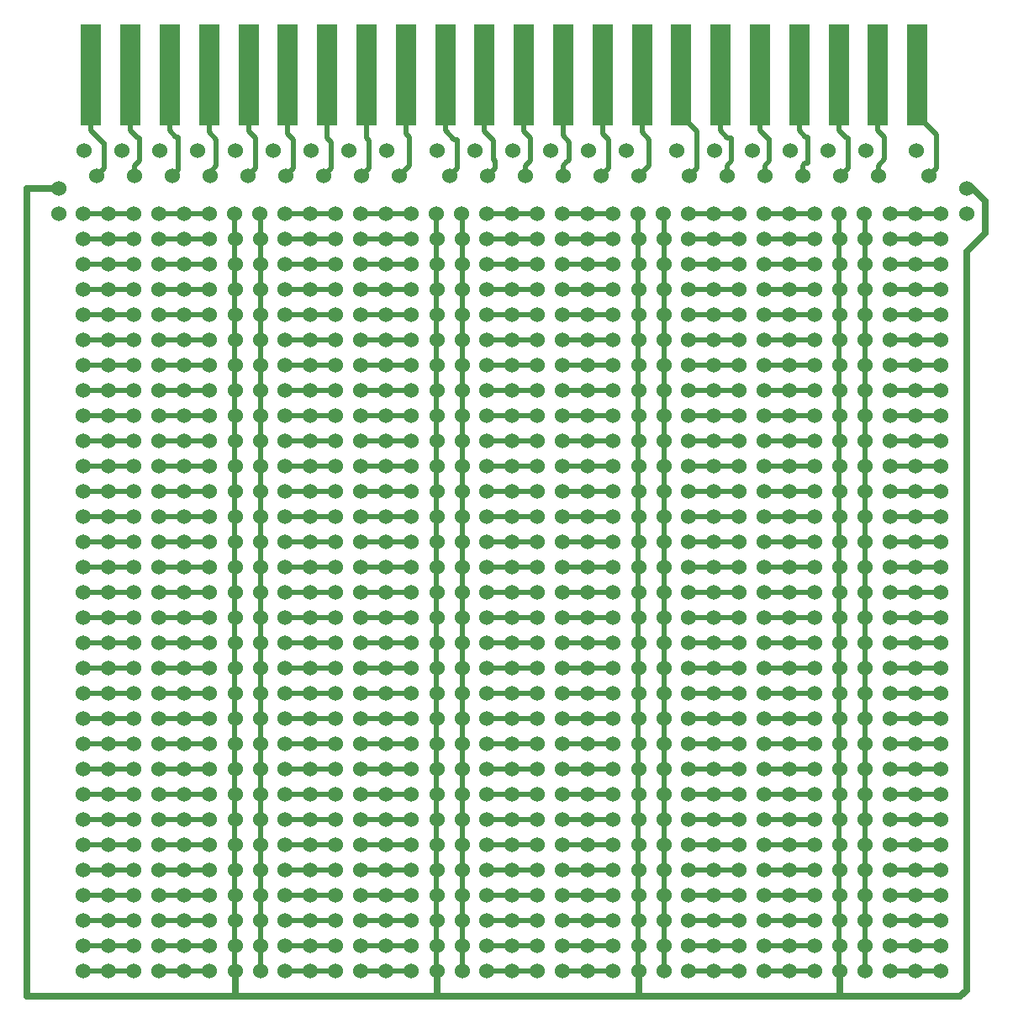
<source format=gbr>
G04 #@! TF.GenerationSoftware,KiCad,Pcbnew,5.0.2+dfsg1-1~bpo9+1*
G04 #@! TF.CreationDate,2020-04-17T05:40:57-05:00*
G04 #@! TF.ProjectId,VICProto,56494350-726f-4746-9f2e-6b696361645f,rev?*
G04 #@! TF.SameCoordinates,Original*
G04 #@! TF.FileFunction,Copper,L2,Bot*
G04 #@! TF.FilePolarity,Positive*
%FSLAX46Y46*%
G04 Gerber Fmt 4.6, Leading zero omitted, Abs format (unit mm)*
G04 Created by KiCad (PCBNEW 5.0.2+dfsg1-1~bpo9+1) date Fri 17 Apr 2020 05:40:57 AM CDT*
%MOMM*%
%LPD*%
G01*
G04 APERTURE LIST*
G04 #@! TA.AperFunction,SMDPad,CuDef*
%ADD10R,2.032000X10.160000*%
G04 #@! TD*
G04 #@! TA.AperFunction,ComponentPad*
%ADD11C,1.524000*%
G04 #@! TD*
G04 #@! TA.AperFunction,Conductor*
%ADD12C,0.508000*%
G04 #@! TD*
G04 #@! TA.AperFunction,Conductor*
%ADD13C,0.635000*%
G04 #@! TD*
G04 APERTURE END LIST*
D10*
G04 #@! TO.P,CONN\002A\002A,GNDA*
G04 #@! TO.N,N/C*
X107391200Y-24130000D03*
G04 #@! TO.P,CONN\002A\002A,A0*
X111353600Y-24130000D03*
G04 #@! TO.P,CONN\002A\002A,A1*
X115316000Y-24130000D03*
G04 #@! TO.P,CONN\002A\002A,A2*
X119278400Y-24130000D03*
G04 #@! TO.P,CONN\002A\002A,A3*
X123240800Y-24130000D03*
G04 #@! TO.P,CONN\002A\002A,A4*
X127203200Y-24130000D03*
G04 #@! TO.P,CONN\002A\002A,A5*
X131165600Y-24130000D03*
G04 #@! TO.P,CONN\002A\002A,A6*
X135128000Y-24130000D03*
G04 #@! TO.P,CONN\002A\002A,A7*
X139090400Y-24130000D03*
G04 #@! TO.P,CONN\002A\002A,A8*
X143052800Y-24130000D03*
G04 #@! TO.P,CONN\002A\002A,A9*
X147015200Y-24130000D03*
G04 #@! TO.P,CONN\002A\002A,A10*
X150977600Y-24130000D03*
G04 #@! TO.P,CONN\002A\002A,A11*
X154940000Y-24130000D03*
G04 #@! TO.P,CONN\002A\002A,A12*
X158902400Y-24130000D03*
G04 #@! TO.P,CONN\002A\002A,A13*
X162864800Y-24130000D03*
G04 #@! TO.P,CONN\002A\002A,IO2*
X166827200Y-24130000D03*
G04 #@! TO.P,CONN\002A\002A,IO3*
X170789600Y-24130000D03*
G04 #@! TO.P,CONN\002A\002A,SPHI2*
X174752000Y-24130000D03*
G04 #@! TO.P,CONN\002A\002A,NMI*
X178714400Y-24130000D03*
G04 #@! TO.P,CONN\002A\002A,RESET*
X182676800Y-24130000D03*
G04 #@! TO.P,CONN\002A\002A,YNC*
X186639200Y-24130000D03*
G04 #@! TO.P,CONN\002A\002A,GND44*
X190601600Y-24130000D03*
G04 #@! TD*
D11*
G04 #@! TO.P,REF\002A\002A,1*
G04 #@! TO.N,N/C*
X182800000Y-73660000D03*
G04 #@! TO.P,REF\002A\002A,2*
X185340000Y-73660000D03*
G04 #@! TD*
G04 #@! TO.P,REF\002A\002A,1*
G04 #@! TO.N,N/C*
X182800000Y-53340000D03*
G04 #@! TO.P,REF\002A\002A,2*
X185340000Y-53340000D03*
G04 #@! TD*
G04 #@! TO.P,REF\002A\002A,1*
G04 #@! TO.N,N/C*
X182800000Y-40640000D03*
G04 #@! TO.P,REF\002A\002A,2*
X185340000Y-40640000D03*
G04 #@! TD*
G04 #@! TO.P,REF\002A\002A,1*
G04 #@! TO.N,N/C*
X182800000Y-114300000D03*
G04 #@! TO.P,REF\002A\002A,2*
X185340000Y-114300000D03*
G04 #@! TD*
G04 #@! TO.P,REF\002A\002A,1*
G04 #@! TO.N,N/C*
X182800000Y-104140000D03*
G04 #@! TO.P,REF\002A\002A,2*
X185340000Y-104140000D03*
G04 #@! TD*
G04 #@! TO.P,REF\002A\002A,1*
G04 #@! TO.N,N/C*
X182800000Y-45720000D03*
G04 #@! TO.P,REF\002A\002A,2*
X185340000Y-45720000D03*
G04 #@! TD*
G04 #@! TO.P,REF\002A\002A,1*
G04 #@! TO.N,N/C*
X182800000Y-83820000D03*
G04 #@! TO.P,REF\002A\002A,2*
X185340000Y-83820000D03*
G04 #@! TD*
G04 #@! TO.P,REF\002A\002A,1*
G04 #@! TO.N,N/C*
X182800000Y-71120000D03*
G04 #@! TO.P,REF\002A\002A,2*
X185340000Y-71120000D03*
G04 #@! TD*
G04 #@! TO.P,REF\002A\002A,1*
G04 #@! TO.N,N/C*
X182800000Y-81280000D03*
G04 #@! TO.P,REF\002A\002A,2*
X185340000Y-81280000D03*
G04 #@! TD*
G04 #@! TO.P,REF\002A\002A,1*
G04 #@! TO.N,N/C*
X182800000Y-55880000D03*
G04 #@! TO.P,REF\002A\002A,2*
X185340000Y-55880000D03*
G04 #@! TD*
G04 #@! TO.P,REF\002A\002A,1*
G04 #@! TO.N,N/C*
X182800000Y-68580000D03*
G04 #@! TO.P,REF\002A\002A,2*
X185340000Y-68580000D03*
G04 #@! TD*
G04 #@! TO.P,REF\002A\002A,1*
G04 #@! TO.N,N/C*
X182800000Y-111760000D03*
G04 #@! TO.P,REF\002A\002A,2*
X185340000Y-111760000D03*
G04 #@! TD*
G04 #@! TO.P,REF\002A\002A,1*
G04 #@! TO.N,N/C*
X182800000Y-66040000D03*
G04 #@! TO.P,REF\002A\002A,2*
X185340000Y-66040000D03*
G04 #@! TD*
G04 #@! TO.P,REF\002A\002A,1*
G04 #@! TO.N,N/C*
X182800000Y-93980000D03*
G04 #@! TO.P,REF\002A\002A,2*
X185340000Y-93980000D03*
G04 #@! TD*
G04 #@! TO.P,REF\002A\002A,1*
G04 #@! TO.N,N/C*
X182800000Y-76200000D03*
G04 #@! TO.P,REF\002A\002A,2*
X185340000Y-76200000D03*
G04 #@! TD*
G04 #@! TO.P,REF\002A\002A,1*
G04 #@! TO.N,N/C*
X182800000Y-109220000D03*
G04 #@! TO.P,REF\002A\002A,2*
X185340000Y-109220000D03*
G04 #@! TD*
G04 #@! TO.P,REF\002A\002A,1*
G04 #@! TO.N,N/C*
X182800000Y-101600000D03*
G04 #@! TO.P,REF\002A\002A,2*
X185340000Y-101600000D03*
G04 #@! TD*
G04 #@! TO.P,REF\002A\002A,1*
G04 #@! TO.N,N/C*
X182800000Y-99060000D03*
G04 #@! TO.P,REF\002A\002A,2*
X185340000Y-99060000D03*
G04 #@! TD*
G04 #@! TO.P,REF\002A\002A,1*
G04 #@! TO.N,N/C*
X182800000Y-78740000D03*
G04 #@! TO.P,REF\002A\002A,2*
X185340000Y-78740000D03*
G04 #@! TD*
G04 #@! TO.P,REF\002A\002A,1*
G04 #@! TO.N,N/C*
X182720000Y-38100000D03*
G04 #@! TO.P,REF\002A\002A,2*
X185260000Y-38100000D03*
G04 #@! TD*
G04 #@! TO.P,REF\002A\002A,1*
G04 #@! TO.N,N/C*
X182800000Y-96520000D03*
G04 #@! TO.P,REF\002A\002A,2*
X185340000Y-96520000D03*
G04 #@! TD*
G04 #@! TO.P,REF\002A\002A,1*
G04 #@! TO.N,N/C*
X182800000Y-106680000D03*
G04 #@! TO.P,REF\002A\002A,2*
X185340000Y-106680000D03*
G04 #@! TD*
G04 #@! TO.P,REF\002A\002A,1*
G04 #@! TO.N,N/C*
X182800000Y-43180000D03*
G04 #@! TO.P,REF\002A\002A,2*
X185340000Y-43180000D03*
G04 #@! TD*
G04 #@! TO.P,REF\002A\002A,1*
G04 #@! TO.N,N/C*
X182800000Y-58420000D03*
G04 #@! TO.P,REF\002A\002A,2*
X185340000Y-58420000D03*
G04 #@! TD*
G04 #@! TO.P,REF\002A\002A,1*
G04 #@! TO.N,N/C*
X182800000Y-86360000D03*
G04 #@! TO.P,REF\002A\002A,2*
X185340000Y-86360000D03*
G04 #@! TD*
G04 #@! TO.P,REF\002A\002A,1*
G04 #@! TO.N,N/C*
X182800000Y-88900000D03*
G04 #@! TO.P,REF\002A\002A,2*
X185340000Y-88900000D03*
G04 #@! TD*
G04 #@! TO.P,REF\002A\002A,1*
G04 #@! TO.N,N/C*
X182800000Y-60960000D03*
G04 #@! TO.P,REF\002A\002A,2*
X185340000Y-60960000D03*
G04 #@! TD*
G04 #@! TO.P,REF\002A\002A,1*
G04 #@! TO.N,N/C*
X182800000Y-91440000D03*
G04 #@! TO.P,REF\002A\002A,2*
X185340000Y-91440000D03*
G04 #@! TD*
G04 #@! TO.P,REF\002A\002A,1*
G04 #@! TO.N,N/C*
X182800000Y-50800000D03*
G04 #@! TO.P,REF\002A\002A,2*
X185340000Y-50800000D03*
G04 #@! TD*
G04 #@! TO.P,REF\002A\002A,1*
G04 #@! TO.N,N/C*
X182800000Y-63500000D03*
G04 #@! TO.P,REF\002A\002A,2*
X185340000Y-63500000D03*
G04 #@! TD*
G04 #@! TO.P,REF\002A\002A,1*
G04 #@! TO.N,N/C*
X182800000Y-48260000D03*
G04 #@! TO.P,REF\002A\002A,2*
X185340000Y-48260000D03*
G04 #@! TD*
G04 #@! TO.P,REF\002A\002A,2*
G04 #@! TO.N,N/C*
X165100000Y-76200000D03*
G04 #@! TO.P,REF\002A\002A,1*
X162560000Y-76200000D03*
G04 #@! TD*
G04 #@! TO.P,REF\002A\002A,2*
G04 #@! TO.N,N/C*
X165100000Y-109220000D03*
G04 #@! TO.P,REF\002A\002A,1*
X162560000Y-109220000D03*
G04 #@! TD*
G04 #@! TO.P,REF\002A\002A,2*
G04 #@! TO.N,N/C*
X165100000Y-111760000D03*
G04 #@! TO.P,REF\002A\002A,1*
X162560000Y-111760000D03*
G04 #@! TD*
G04 #@! TO.P,REF\002A\002A,2*
G04 #@! TO.N,N/C*
X165100000Y-66040000D03*
G04 #@! TO.P,REF\002A\002A,1*
X162560000Y-66040000D03*
G04 #@! TD*
G04 #@! TO.P,REF\002A\002A,2*
G04 #@! TO.N,N/C*
X165100000Y-96520000D03*
G04 #@! TO.P,REF\002A\002A,1*
X162560000Y-96520000D03*
G04 #@! TD*
G04 #@! TO.P,REF\002A\002A,2*
G04 #@! TO.N,N/C*
X165100000Y-106680000D03*
G04 #@! TO.P,REF\002A\002A,1*
X162560000Y-106680000D03*
G04 #@! TD*
G04 #@! TO.P,REF\002A\002A,2*
G04 #@! TO.N,N/C*
X165100000Y-114300000D03*
G04 #@! TO.P,REF\002A\002A,1*
X162560000Y-114300000D03*
G04 #@! TD*
G04 #@! TO.P,REF\002A\002A,2*
G04 #@! TO.N,N/C*
X165100000Y-43180000D03*
G04 #@! TO.P,REF\002A\002A,1*
X162560000Y-43180000D03*
G04 #@! TD*
G04 #@! TO.P,REF\002A\002A,2*
G04 #@! TO.N,N/C*
X165100000Y-58420000D03*
G04 #@! TO.P,REF\002A\002A,1*
X162560000Y-58420000D03*
G04 #@! TD*
G04 #@! TO.P,REF\002A\002A,2*
G04 #@! TO.N,N/C*
X165100000Y-88900000D03*
G04 #@! TO.P,REF\002A\002A,1*
X162560000Y-88900000D03*
G04 #@! TD*
G04 #@! TO.P,REF\002A\002A,2*
G04 #@! TO.N,N/C*
X165100000Y-60960000D03*
G04 #@! TO.P,REF\002A\002A,1*
X162560000Y-60960000D03*
G04 #@! TD*
G04 #@! TO.P,REF\002A\002A,2*
G04 #@! TO.N,N/C*
X165100000Y-50800000D03*
G04 #@! TO.P,REF\002A\002A,1*
X162560000Y-50800000D03*
G04 #@! TD*
G04 #@! TO.P,REF\002A\002A,2*
G04 #@! TO.N,N/C*
X165100000Y-45720000D03*
G04 #@! TO.P,REF\002A\002A,1*
X162560000Y-45720000D03*
G04 #@! TD*
G04 #@! TO.P,REF\002A\002A,2*
G04 #@! TO.N,N/C*
X165100000Y-83820000D03*
G04 #@! TO.P,REF\002A\002A,1*
X162560000Y-83820000D03*
G04 #@! TD*
G04 #@! TO.P,REF\002A\002A,2*
G04 #@! TO.N,N/C*
X165100000Y-40640000D03*
G04 #@! TO.P,REF\002A\002A,1*
X162560000Y-40640000D03*
G04 #@! TD*
G04 #@! TO.P,REF\002A\002A,2*
G04 #@! TO.N,N/C*
X165100000Y-63500000D03*
G04 #@! TO.P,REF\002A\002A,1*
X162560000Y-63500000D03*
G04 #@! TD*
G04 #@! TO.P,REF\002A\002A,2*
G04 #@! TO.N,N/C*
X165100000Y-48260000D03*
G04 #@! TO.P,REF\002A\002A,1*
X162560000Y-48260000D03*
G04 #@! TD*
G04 #@! TO.P,REF\002A\002A,2*
G04 #@! TO.N,N/C*
X165100000Y-93980000D03*
G04 #@! TO.P,REF\002A\002A,1*
X162560000Y-93980000D03*
G04 #@! TD*
G04 #@! TO.P,REF\002A\002A,2*
G04 #@! TO.N,N/C*
X165100000Y-55880000D03*
G04 #@! TO.P,REF\002A\002A,1*
X162560000Y-55880000D03*
G04 #@! TD*
G04 #@! TO.P,REF\002A\002A,2*
G04 #@! TO.N,N/C*
X165100000Y-68580000D03*
G04 #@! TO.P,REF\002A\002A,1*
X162560000Y-68580000D03*
G04 #@! TD*
G04 #@! TO.P,REF\002A\002A,2*
G04 #@! TO.N,N/C*
X165100000Y-81280000D03*
G04 #@! TO.P,REF\002A\002A,1*
X162560000Y-81280000D03*
G04 #@! TD*
G04 #@! TO.P,REF\002A\002A,2*
G04 #@! TO.N,N/C*
X165020000Y-38100000D03*
G04 #@! TO.P,REF\002A\002A,1*
X162480000Y-38100000D03*
G04 #@! TD*
G04 #@! TO.P,REF\002A\002A,2*
G04 #@! TO.N,N/C*
X165100000Y-71120000D03*
G04 #@! TO.P,REF\002A\002A,1*
X162560000Y-71120000D03*
G04 #@! TD*
G04 #@! TO.P,REF\002A\002A,2*
G04 #@! TO.N,N/C*
X165100000Y-91440000D03*
G04 #@! TO.P,REF\002A\002A,1*
X162560000Y-91440000D03*
G04 #@! TD*
G04 #@! TO.P,REF\002A\002A,2*
G04 #@! TO.N,N/C*
X165100000Y-78740000D03*
G04 #@! TO.P,REF\002A\002A,1*
X162560000Y-78740000D03*
G04 #@! TD*
G04 #@! TO.P,REF\002A\002A,2*
G04 #@! TO.N,N/C*
X165100000Y-73660000D03*
G04 #@! TO.P,REF\002A\002A,1*
X162560000Y-73660000D03*
G04 #@! TD*
G04 #@! TO.P,REF\002A\002A,2*
G04 #@! TO.N,N/C*
X165100000Y-99060000D03*
G04 #@! TO.P,REF\002A\002A,1*
X162560000Y-99060000D03*
G04 #@! TD*
G04 #@! TO.P,REF\002A\002A,2*
G04 #@! TO.N,N/C*
X165100000Y-104140000D03*
G04 #@! TO.P,REF\002A\002A,1*
X162560000Y-104140000D03*
G04 #@! TD*
G04 #@! TO.P,REF\002A\002A,2*
G04 #@! TO.N,N/C*
X165100000Y-53340000D03*
G04 #@! TO.P,REF\002A\002A,1*
X162560000Y-53340000D03*
G04 #@! TD*
G04 #@! TO.P,REF\002A\002A,2*
G04 #@! TO.N,N/C*
X165100000Y-86360000D03*
G04 #@! TO.P,REF\002A\002A,1*
X162560000Y-86360000D03*
G04 #@! TD*
G04 #@! TO.P,REF\002A\002A,2*
G04 #@! TO.N,N/C*
X165100000Y-101600000D03*
G04 #@! TO.P,REF\002A\002A,1*
X162560000Y-101600000D03*
G04 #@! TD*
G04 #@! TO.P,REF\002A\002A,1*
G04 #@! TO.N,N/C*
X142240000Y-53340000D03*
G04 #@! TO.P,REF\002A\002A,2*
X144780000Y-53340000D03*
G04 #@! TD*
G04 #@! TO.P,REF\002A\002A,1*
G04 #@! TO.N,N/C*
X142160000Y-38100000D03*
G04 #@! TO.P,REF\002A\002A,2*
X144700000Y-38100000D03*
G04 #@! TD*
G04 #@! TO.P,REF\002A\002A,1*
G04 #@! TO.N,N/C*
X142240000Y-99060000D03*
G04 #@! TO.P,REF\002A\002A,2*
X144780000Y-99060000D03*
G04 #@! TD*
G04 #@! TO.P,REF\002A\002A,1*
G04 #@! TO.N,N/C*
X142240000Y-48260000D03*
G04 #@! TO.P,REF\002A\002A,2*
X144780000Y-48260000D03*
G04 #@! TD*
G04 #@! TO.P,REF\002A\002A,1*
G04 #@! TO.N,N/C*
X142240000Y-101600000D03*
G04 #@! TO.P,REF\002A\002A,2*
X144780000Y-101600000D03*
G04 #@! TD*
G04 #@! TO.P,REF\002A\002A,1*
G04 #@! TO.N,N/C*
X142240000Y-96520000D03*
G04 #@! TO.P,REF\002A\002A,2*
X144780000Y-96520000D03*
G04 #@! TD*
G04 #@! TO.P,REF\002A\002A,1*
G04 #@! TO.N,N/C*
X142240000Y-86360000D03*
G04 #@! TO.P,REF\002A\002A,2*
X144780000Y-86360000D03*
G04 #@! TD*
G04 #@! TO.P,REF\002A\002A,1*
G04 #@! TO.N,N/C*
X142240000Y-109220000D03*
G04 #@! TO.P,REF\002A\002A,2*
X144780000Y-109220000D03*
G04 #@! TD*
G04 #@! TO.P,REF\002A\002A,1*
G04 #@! TO.N,N/C*
X142240000Y-93980000D03*
G04 #@! TO.P,REF\002A\002A,2*
X144780000Y-93980000D03*
G04 #@! TD*
G04 #@! TO.P,REF\002A\002A,1*
G04 #@! TO.N,N/C*
X142240000Y-111760000D03*
G04 #@! TO.P,REF\002A\002A,2*
X144780000Y-111760000D03*
G04 #@! TD*
G04 #@! TO.P,REF\002A\002A,1*
G04 #@! TO.N,N/C*
X142240000Y-60960000D03*
G04 #@! TO.P,REF\002A\002A,2*
X144780000Y-60960000D03*
G04 #@! TD*
G04 #@! TO.P,REF\002A\002A,1*
G04 #@! TO.N,N/C*
X142240000Y-55880000D03*
G04 #@! TO.P,REF\002A\002A,2*
X144780000Y-55880000D03*
G04 #@! TD*
G04 #@! TO.P,REF\002A\002A,1*
G04 #@! TO.N,N/C*
X142240000Y-71120000D03*
G04 #@! TO.P,REF\002A\002A,2*
X144780000Y-71120000D03*
G04 #@! TD*
G04 #@! TO.P,REF\002A\002A,1*
G04 #@! TO.N,N/C*
X142240000Y-66040000D03*
G04 #@! TO.P,REF\002A\002A,2*
X144780000Y-66040000D03*
G04 #@! TD*
G04 #@! TO.P,REF\002A\002A,1*
G04 #@! TO.N,N/C*
X142240000Y-78740000D03*
G04 #@! TO.P,REF\002A\002A,2*
X144780000Y-78740000D03*
G04 #@! TD*
G04 #@! TO.P,REF\002A\002A,1*
G04 #@! TO.N,N/C*
X142240000Y-91440000D03*
G04 #@! TO.P,REF\002A\002A,2*
X144780000Y-91440000D03*
G04 #@! TD*
G04 #@! TO.P,REF\002A\002A,1*
G04 #@! TO.N,N/C*
X142240000Y-106680000D03*
G04 #@! TO.P,REF\002A\002A,2*
X144780000Y-106680000D03*
G04 #@! TD*
G04 #@! TO.P,REF\002A\002A,1*
G04 #@! TO.N,N/C*
X142240000Y-76200000D03*
G04 #@! TO.P,REF\002A\002A,2*
X144780000Y-76200000D03*
G04 #@! TD*
G04 #@! TO.P,REF\002A\002A,1*
G04 #@! TO.N,N/C*
X142240000Y-40640000D03*
G04 #@! TO.P,REF\002A\002A,2*
X144780000Y-40640000D03*
G04 #@! TD*
G04 #@! TO.P,REF\002A\002A,1*
G04 #@! TO.N,N/C*
X142240000Y-50800000D03*
G04 #@! TO.P,REF\002A\002A,2*
X144780000Y-50800000D03*
G04 #@! TD*
G04 #@! TO.P,REF\002A\002A,1*
G04 #@! TO.N,N/C*
X142240000Y-43180000D03*
G04 #@! TO.P,REF\002A\002A,2*
X144780000Y-43180000D03*
G04 #@! TD*
G04 #@! TO.P,REF\002A\002A,1*
G04 #@! TO.N,N/C*
X142240000Y-81280000D03*
G04 #@! TO.P,REF\002A\002A,2*
X144780000Y-81280000D03*
G04 #@! TD*
G04 #@! TO.P,REF\002A\002A,1*
G04 #@! TO.N,N/C*
X142240000Y-88900000D03*
G04 #@! TO.P,REF\002A\002A,2*
X144780000Y-88900000D03*
G04 #@! TD*
G04 #@! TO.P,REF\002A\002A,1*
G04 #@! TO.N,N/C*
X142240000Y-45720000D03*
G04 #@! TO.P,REF\002A\002A,2*
X144780000Y-45720000D03*
G04 #@! TD*
G04 #@! TO.P,REF\002A\002A,1*
G04 #@! TO.N,N/C*
X142240000Y-68580000D03*
G04 #@! TO.P,REF\002A\002A,2*
X144780000Y-68580000D03*
G04 #@! TD*
G04 #@! TO.P,REF\002A\002A,1*
G04 #@! TO.N,N/C*
X142240000Y-83820000D03*
G04 #@! TO.P,REF\002A\002A,2*
X144780000Y-83820000D03*
G04 #@! TD*
G04 #@! TO.P,REF\002A\002A,1*
G04 #@! TO.N,N/C*
X142240000Y-63500000D03*
G04 #@! TO.P,REF\002A\002A,2*
X144780000Y-63500000D03*
G04 #@! TD*
G04 #@! TO.P,REF\002A\002A,1*
G04 #@! TO.N,N/C*
X142240000Y-58420000D03*
G04 #@! TO.P,REF\002A\002A,2*
X144780000Y-58420000D03*
G04 #@! TD*
G04 #@! TO.P,REF\002A\002A,1*
G04 #@! TO.N,N/C*
X142240000Y-104140000D03*
G04 #@! TO.P,REF\002A\002A,2*
X144780000Y-104140000D03*
G04 #@! TD*
G04 #@! TO.P,REF\002A\002A,1*
G04 #@! TO.N,N/C*
X142240000Y-114300000D03*
G04 #@! TO.P,REF\002A\002A,2*
X144780000Y-114300000D03*
G04 #@! TD*
G04 #@! TO.P,REF\002A\002A,1*
G04 #@! TO.N,N/C*
X142240000Y-73660000D03*
G04 #@! TO.P,REF\002A\002A,2*
X144780000Y-73660000D03*
G04 #@! TD*
G04 #@! TO.P,REF\002A\002A,3*
G04 #@! TO.N,N/C*
X192960000Y-81280000D03*
G04 #@! TO.P,REF\002A\002A,2*
X190420000Y-81280000D03*
G04 #@! TO.P,REF\002A\002A,1*
X187880000Y-81280000D03*
G04 #@! TD*
G04 #@! TO.P,REF\002A\002A,3*
G04 #@! TO.N,N/C*
X192960000Y-43180000D03*
G04 #@! TO.P,REF\002A\002A,2*
X190420000Y-43180000D03*
G04 #@! TO.P,REF\002A\002A,1*
X187880000Y-43180000D03*
G04 #@! TD*
G04 #@! TO.P,REF\002A\002A,3*
G04 #@! TO.N,N/C*
X192960000Y-63500000D03*
G04 #@! TO.P,REF\002A\002A,2*
X190420000Y-63500000D03*
G04 #@! TO.P,REF\002A\002A,1*
X187880000Y-63500000D03*
G04 #@! TD*
G04 #@! TO.P,REF\002A\002A,3*
G04 #@! TO.N,N/C*
X192960000Y-66040000D03*
G04 #@! TO.P,REF\002A\002A,2*
X190420000Y-66040000D03*
G04 #@! TO.P,REF\002A\002A,1*
X187880000Y-66040000D03*
G04 #@! TD*
G04 #@! TO.P,REF\002A\002A,3*
G04 #@! TO.N,N/C*
X192960000Y-40640000D03*
G04 #@! TO.P,REF\002A\002A,2*
X190420000Y-40640000D03*
G04 #@! TO.P,REF\002A\002A,1*
X187880000Y-40640000D03*
G04 #@! TD*
G04 #@! TO.P,REF\002A\002A,3*
G04 #@! TO.N,N/C*
X192960000Y-38100000D03*
G04 #@! TO.P,REF\002A\002A,2*
X190420000Y-38100000D03*
G04 #@! TO.P,REF\002A\002A,1*
X187880000Y-38100000D03*
G04 #@! TD*
G04 #@! TO.P,REF\002A\002A,3*
G04 #@! TO.N,N/C*
X192960000Y-60960000D03*
G04 #@! TO.P,REF\002A\002A,2*
X190420000Y-60960000D03*
G04 #@! TO.P,REF\002A\002A,1*
X187880000Y-60960000D03*
G04 #@! TD*
G04 #@! TO.P,REF\002A\002A,3*
G04 #@! TO.N,N/C*
X192960000Y-58420000D03*
G04 #@! TO.P,REF\002A\002A,2*
X190420000Y-58420000D03*
G04 #@! TO.P,REF\002A\002A,1*
X187880000Y-58420000D03*
G04 #@! TD*
G04 #@! TO.P,REF\002A\002A,3*
G04 #@! TO.N,N/C*
X192960000Y-55880000D03*
G04 #@! TO.P,REF\002A\002A,2*
X190420000Y-55880000D03*
G04 #@! TO.P,REF\002A\002A,1*
X187880000Y-55880000D03*
G04 #@! TD*
G04 #@! TO.P,REF\002A\002A,3*
G04 #@! TO.N,N/C*
X192960000Y-53340000D03*
G04 #@! TO.P,REF\002A\002A,2*
X190420000Y-53340000D03*
G04 #@! TO.P,REF\002A\002A,1*
X187880000Y-53340000D03*
G04 #@! TD*
G04 #@! TO.P,REF\002A\002A,3*
G04 #@! TO.N,N/C*
X192960000Y-99060000D03*
G04 #@! TO.P,REF\002A\002A,2*
X190420000Y-99060000D03*
G04 #@! TO.P,REF\002A\002A,1*
X187880000Y-99060000D03*
G04 #@! TD*
G04 #@! TO.P,REF\002A\002A,3*
G04 #@! TO.N,N/C*
X192960000Y-114300000D03*
G04 #@! TO.P,REF\002A\002A,2*
X190420000Y-114300000D03*
G04 #@! TO.P,REF\002A\002A,1*
X187880000Y-114300000D03*
G04 #@! TD*
G04 #@! TO.P,REF\002A\002A,3*
G04 #@! TO.N,N/C*
X192960000Y-68580000D03*
G04 #@! TO.P,REF\002A\002A,2*
X190420000Y-68580000D03*
G04 #@! TO.P,REF\002A\002A,1*
X187880000Y-68580000D03*
G04 #@! TD*
G04 #@! TO.P,REF\002A\002A,3*
G04 #@! TO.N,N/C*
X192960000Y-91440000D03*
G04 #@! TO.P,REF\002A\002A,2*
X190420000Y-91440000D03*
G04 #@! TO.P,REF\002A\002A,1*
X187880000Y-91440000D03*
G04 #@! TD*
G04 #@! TO.P,REF\002A\002A,3*
G04 #@! TO.N,N/C*
X192960000Y-111760000D03*
G04 #@! TO.P,REF\002A\002A,2*
X190420000Y-111760000D03*
G04 #@! TO.P,REF\002A\002A,1*
X187880000Y-111760000D03*
G04 #@! TD*
G04 #@! TO.P,REF\002A\002A,3*
G04 #@! TO.N,N/C*
X192960000Y-109220000D03*
G04 #@! TO.P,REF\002A\002A,2*
X190420000Y-109220000D03*
G04 #@! TO.P,REF\002A\002A,1*
X187880000Y-109220000D03*
G04 #@! TD*
G04 #@! TO.P,REF\002A\002A,3*
G04 #@! TO.N,N/C*
X192960000Y-76200000D03*
G04 #@! TO.P,REF\002A\002A,2*
X190420000Y-76200000D03*
G04 #@! TO.P,REF\002A\002A,1*
X187880000Y-76200000D03*
G04 #@! TD*
G04 #@! TO.P,REF\002A\002A,3*
G04 #@! TO.N,N/C*
X192960000Y-101600000D03*
G04 #@! TO.P,REF\002A\002A,2*
X190420000Y-101600000D03*
G04 #@! TO.P,REF\002A\002A,1*
X187880000Y-101600000D03*
G04 #@! TD*
G04 #@! TO.P,REF\002A\002A,3*
G04 #@! TO.N,N/C*
X192960000Y-50800000D03*
G04 #@! TO.P,REF\002A\002A,2*
X190420000Y-50800000D03*
G04 #@! TO.P,REF\002A\002A,1*
X187880000Y-50800000D03*
G04 #@! TD*
G04 #@! TO.P,REF\002A\002A,3*
G04 #@! TO.N,N/C*
X192960000Y-48260000D03*
G04 #@! TO.P,REF\002A\002A,2*
X190420000Y-48260000D03*
G04 #@! TO.P,REF\002A\002A,1*
X187880000Y-48260000D03*
G04 #@! TD*
G04 #@! TO.P,REF\002A\002A,3*
G04 #@! TO.N,N/C*
X192960000Y-45720000D03*
G04 #@! TO.P,REF\002A\002A,2*
X190420000Y-45720000D03*
G04 #@! TO.P,REF\002A\002A,1*
X187880000Y-45720000D03*
G04 #@! TD*
G04 #@! TO.P,REF\002A\002A,3*
G04 #@! TO.N,N/C*
X192960000Y-93980000D03*
G04 #@! TO.P,REF\002A\002A,2*
X190420000Y-93980000D03*
G04 #@! TO.P,REF\002A\002A,1*
X187880000Y-93980000D03*
G04 #@! TD*
G04 #@! TO.P,REF\002A\002A,3*
G04 #@! TO.N,N/C*
X192960000Y-73660000D03*
G04 #@! TO.P,REF\002A\002A,2*
X190420000Y-73660000D03*
G04 #@! TO.P,REF\002A\002A,1*
X187880000Y-73660000D03*
G04 #@! TD*
G04 #@! TO.P,REF\002A\002A,3*
G04 #@! TO.N,N/C*
X192960000Y-71120000D03*
G04 #@! TO.P,REF\002A\002A,2*
X190420000Y-71120000D03*
G04 #@! TO.P,REF\002A\002A,1*
X187880000Y-71120000D03*
G04 #@! TD*
G04 #@! TO.P,REF\002A\002A,3*
G04 #@! TO.N,N/C*
X192960000Y-106680000D03*
G04 #@! TO.P,REF\002A\002A,2*
X190420000Y-106680000D03*
G04 #@! TO.P,REF\002A\002A,1*
X187880000Y-106680000D03*
G04 #@! TD*
G04 #@! TO.P,REF\002A\002A,3*
G04 #@! TO.N,N/C*
X192960000Y-104140000D03*
G04 #@! TO.P,REF\002A\002A,2*
X190420000Y-104140000D03*
G04 #@! TO.P,REF\002A\002A,1*
X187880000Y-104140000D03*
G04 #@! TD*
G04 #@! TO.P,REF\002A\002A,3*
G04 #@! TO.N,N/C*
X192960000Y-83820000D03*
G04 #@! TO.P,REF\002A\002A,2*
X190420000Y-83820000D03*
G04 #@! TO.P,REF\002A\002A,1*
X187880000Y-83820000D03*
G04 #@! TD*
G04 #@! TO.P,REF\002A\002A,3*
G04 #@! TO.N,N/C*
X192960000Y-88900000D03*
G04 #@! TO.P,REF\002A\002A,2*
X190420000Y-88900000D03*
G04 #@! TO.P,REF\002A\002A,1*
X187880000Y-88900000D03*
G04 #@! TD*
G04 #@! TO.P,REF\002A\002A,3*
G04 #@! TO.N,N/C*
X192960000Y-86360000D03*
G04 #@! TO.P,REF\002A\002A,2*
X190420000Y-86360000D03*
G04 #@! TO.P,REF\002A\002A,1*
X187880000Y-86360000D03*
G04 #@! TD*
G04 #@! TO.P,REF\002A\002A,3*
G04 #@! TO.N,N/C*
X192960000Y-96520000D03*
G04 #@! TO.P,REF\002A\002A,2*
X190420000Y-96520000D03*
G04 #@! TO.P,REF\002A\002A,1*
X187880000Y-96520000D03*
G04 #@! TD*
G04 #@! TO.P,REF\002A\002A,3*
G04 #@! TO.N,N/C*
X192960000Y-78740000D03*
G04 #@! TO.P,REF\002A\002A,2*
X190420000Y-78740000D03*
G04 #@! TO.P,REF\002A\002A,1*
X187880000Y-78740000D03*
G04 #@! TD*
G04 #@! TO.P,REF\002A\002A,1*
G04 #@! TO.N,N/C*
X126920000Y-91440000D03*
G04 #@! TO.P,REF\002A\002A,2*
X129460000Y-91440000D03*
G04 #@! TO.P,REF\002A\002A,3*
X132000000Y-91440000D03*
G04 #@! TD*
G04 #@! TO.P,REF\002A\002A,1*
G04 #@! TO.N,N/C*
X126920000Y-88900000D03*
G04 #@! TO.P,REF\002A\002A,2*
X129460000Y-88900000D03*
G04 #@! TO.P,REF\002A\002A,3*
X132000000Y-88900000D03*
G04 #@! TD*
G04 #@! TO.P,REF\002A\002A,1*
G04 #@! TO.N,N/C*
X126920000Y-73660000D03*
G04 #@! TO.P,REF\002A\002A,2*
X129460000Y-73660000D03*
G04 #@! TO.P,REF\002A\002A,3*
X132000000Y-73660000D03*
G04 #@! TD*
G04 #@! TO.P,REF\002A\002A,1*
G04 #@! TO.N,N/C*
X126920000Y-71120000D03*
G04 #@! TO.P,REF\002A\002A,2*
X129460000Y-71120000D03*
G04 #@! TO.P,REF\002A\002A,3*
X132000000Y-71120000D03*
G04 #@! TD*
G04 #@! TO.P,REF\002A\002A,1*
G04 #@! TO.N,N/C*
X126920000Y-68580000D03*
G04 #@! TO.P,REF\002A\002A,2*
X129460000Y-68580000D03*
G04 #@! TO.P,REF\002A\002A,3*
X132000000Y-68580000D03*
G04 #@! TD*
G04 #@! TO.P,REF\002A\002A,1*
G04 #@! TO.N,N/C*
X134540000Y-43180000D03*
G04 #@! TO.P,REF\002A\002A,2*
X137080000Y-43180000D03*
G04 #@! TO.P,REF\002A\002A,3*
X139620000Y-43180000D03*
G04 #@! TD*
G04 #@! TO.P,REF\002A\002A,1*
G04 #@! TO.N,N/C*
X134540000Y-63500000D03*
G04 #@! TO.P,REF\002A\002A,2*
X137080000Y-63500000D03*
G04 #@! TO.P,REF\002A\002A,3*
X139620000Y-63500000D03*
G04 #@! TD*
G04 #@! TO.P,REF\002A\002A,1*
G04 #@! TO.N,N/C*
X126920000Y-96520000D03*
G04 #@! TO.P,REF\002A\002A,2*
X129460000Y-96520000D03*
G04 #@! TO.P,REF\002A\002A,3*
X132000000Y-96520000D03*
G04 #@! TD*
G04 #@! TO.P,REF\002A\002A,1*
G04 #@! TO.N,N/C*
X126920000Y-93980000D03*
G04 #@! TO.P,REF\002A\002A,2*
X129460000Y-93980000D03*
G04 #@! TO.P,REF\002A\002A,3*
X132000000Y-93980000D03*
G04 #@! TD*
G04 #@! TO.P,REF\002A\002A,1*
G04 #@! TO.N,N/C*
X126920000Y-38100000D03*
G04 #@! TO.P,REF\002A\002A,2*
X129460000Y-38100000D03*
G04 #@! TO.P,REF\002A\002A,3*
X132000000Y-38100000D03*
G04 #@! TD*
G04 #@! TO.P,REF\002A\002A,1*
G04 #@! TO.N,N/C*
X126920000Y-104140000D03*
G04 #@! TO.P,REF\002A\002A,2*
X129460000Y-104140000D03*
G04 #@! TO.P,REF\002A\002A,3*
X132000000Y-104140000D03*
G04 #@! TD*
G04 #@! TO.P,REF\002A\002A,1*
G04 #@! TO.N,N/C*
X126920000Y-101600000D03*
G04 #@! TO.P,REF\002A\002A,2*
X129460000Y-101600000D03*
G04 #@! TO.P,REF\002A\002A,3*
X132000000Y-101600000D03*
G04 #@! TD*
G04 #@! TO.P,REF\002A\002A,1*
G04 #@! TO.N,N/C*
X126920000Y-99060000D03*
G04 #@! TO.P,REF\002A\002A,2*
X129460000Y-99060000D03*
G04 #@! TO.P,REF\002A\002A,3*
X132000000Y-99060000D03*
G04 #@! TD*
G04 #@! TO.P,REF\002A\002A,1*
G04 #@! TO.N,N/C*
X126920000Y-45720000D03*
G04 #@! TO.P,REF\002A\002A,2*
X129460000Y-45720000D03*
G04 #@! TO.P,REF\002A\002A,3*
X132000000Y-45720000D03*
G04 #@! TD*
G04 #@! TO.P,REF\002A\002A,1*
G04 #@! TO.N,N/C*
X134540000Y-60960000D03*
G04 #@! TO.P,REF\002A\002A,2*
X137080000Y-60960000D03*
G04 #@! TO.P,REF\002A\002A,3*
X139620000Y-60960000D03*
G04 #@! TD*
G04 #@! TO.P,REF\002A\002A,1*
G04 #@! TO.N,N/C*
X134540000Y-58420000D03*
G04 #@! TO.P,REF\002A\002A,2*
X137080000Y-58420000D03*
G04 #@! TO.P,REF\002A\002A,3*
X139620000Y-58420000D03*
G04 #@! TD*
G04 #@! TO.P,REF\002A\002A,1*
G04 #@! TO.N,N/C*
X134540000Y-55880000D03*
G04 #@! TO.P,REF\002A\002A,2*
X137080000Y-55880000D03*
G04 #@! TO.P,REF\002A\002A,3*
X139620000Y-55880000D03*
G04 #@! TD*
G04 #@! TO.P,REF\002A\002A,1*
G04 #@! TO.N,N/C*
X134540000Y-53340000D03*
G04 #@! TO.P,REF\002A\002A,2*
X137080000Y-53340000D03*
G04 #@! TO.P,REF\002A\002A,3*
X139620000Y-53340000D03*
G04 #@! TD*
G04 #@! TO.P,REF\002A\002A,1*
G04 #@! TO.N,N/C*
X134540000Y-99060000D03*
G04 #@! TO.P,REF\002A\002A,2*
X137080000Y-99060000D03*
G04 #@! TO.P,REF\002A\002A,3*
X139620000Y-99060000D03*
G04 #@! TD*
G04 #@! TO.P,REF\002A\002A,1*
G04 #@! TO.N,N/C*
X134540000Y-91440000D03*
G04 #@! TO.P,REF\002A\002A,2*
X137080000Y-91440000D03*
G04 #@! TO.P,REF\002A\002A,3*
X139620000Y-91440000D03*
G04 #@! TD*
G04 #@! TO.P,REF\002A\002A,1*
G04 #@! TO.N,N/C*
X126920000Y-114300000D03*
G04 #@! TO.P,REF\002A\002A,2*
X129460000Y-114300000D03*
G04 #@! TO.P,REF\002A\002A,3*
X132000000Y-114300000D03*
G04 #@! TD*
G04 #@! TO.P,REF\002A\002A,1*
G04 #@! TO.N,N/C*
X126920000Y-111760000D03*
G04 #@! TO.P,REF\002A\002A,2*
X129460000Y-111760000D03*
G04 #@! TO.P,REF\002A\002A,3*
X132000000Y-111760000D03*
G04 #@! TD*
G04 #@! TO.P,REF\002A\002A,1*
G04 #@! TO.N,N/C*
X134540000Y-111760000D03*
G04 #@! TO.P,REF\002A\002A,2*
X137080000Y-111760000D03*
G04 #@! TO.P,REF\002A\002A,3*
X139620000Y-111760000D03*
G04 #@! TD*
G04 #@! TO.P,REF\002A\002A,1*
G04 #@! TO.N,N/C*
X134540000Y-109220000D03*
G04 #@! TO.P,REF\002A\002A,2*
X137080000Y-109220000D03*
G04 #@! TO.P,REF\002A\002A,3*
X139620000Y-109220000D03*
G04 #@! TD*
G04 #@! TO.P,REF\002A\002A,1*
G04 #@! TO.N,N/C*
X134540000Y-76200000D03*
G04 #@! TO.P,REF\002A\002A,2*
X137080000Y-76200000D03*
G04 #@! TO.P,REF\002A\002A,3*
X139620000Y-76200000D03*
G04 #@! TD*
G04 #@! TO.P,REF\002A\002A,1*
G04 #@! TO.N,N/C*
X134540000Y-73660000D03*
G04 #@! TO.P,REF\002A\002A,2*
X137080000Y-73660000D03*
G04 #@! TO.P,REF\002A\002A,3*
X139620000Y-73660000D03*
G04 #@! TD*
G04 #@! TO.P,REF\002A\002A,1*
G04 #@! TO.N,N/C*
X134540000Y-71120000D03*
G04 #@! TO.P,REF\002A\002A,2*
X137080000Y-71120000D03*
G04 #@! TO.P,REF\002A\002A,3*
X139620000Y-71120000D03*
G04 #@! TD*
G04 #@! TO.P,REF\002A\002A,1*
G04 #@! TO.N,N/C*
X134540000Y-106680000D03*
G04 #@! TO.P,REF\002A\002A,2*
X137080000Y-106680000D03*
G04 #@! TO.P,REF\002A\002A,3*
X139620000Y-106680000D03*
G04 #@! TD*
G04 #@! TO.P,REF\002A\002A,1*
G04 #@! TO.N,N/C*
X134540000Y-104140000D03*
G04 #@! TO.P,REF\002A\002A,2*
X137080000Y-104140000D03*
G04 #@! TO.P,REF\002A\002A,3*
X139620000Y-104140000D03*
G04 #@! TD*
G04 #@! TO.P,REF\002A\002A,1*
G04 #@! TO.N,N/C*
X134540000Y-101600000D03*
G04 #@! TO.P,REF\002A\002A,2*
X137080000Y-101600000D03*
G04 #@! TO.P,REF\002A\002A,3*
X139620000Y-101600000D03*
G04 #@! TD*
G04 #@! TO.P,REF\002A\002A,1*
G04 #@! TO.N,N/C*
X134540000Y-50800000D03*
G04 #@! TO.P,REF\002A\002A,2*
X137080000Y-50800000D03*
G04 #@! TO.P,REF\002A\002A,3*
X139620000Y-50800000D03*
G04 #@! TD*
G04 #@! TO.P,REF\002A\002A,1*
G04 #@! TO.N,N/C*
X134540000Y-48260000D03*
G04 #@! TO.P,REF\002A\002A,2*
X137080000Y-48260000D03*
G04 #@! TO.P,REF\002A\002A,3*
X139620000Y-48260000D03*
G04 #@! TD*
G04 #@! TO.P,REF\002A\002A,1*
G04 #@! TO.N,N/C*
X134540000Y-45720000D03*
G04 #@! TO.P,REF\002A\002A,2*
X137080000Y-45720000D03*
G04 #@! TO.P,REF\002A\002A,3*
X139620000Y-45720000D03*
G04 #@! TD*
G04 #@! TO.P,REF\002A\002A,1*
G04 #@! TO.N,N/C*
X126920000Y-63500000D03*
G04 #@! TO.P,REF\002A\002A,2*
X129460000Y-63500000D03*
G04 #@! TO.P,REF\002A\002A,3*
X132000000Y-63500000D03*
G04 #@! TD*
G04 #@! TO.P,REF\002A\002A,1*
G04 #@! TO.N,N/C*
X126920000Y-60960000D03*
G04 #@! TO.P,REF\002A\002A,2*
X129460000Y-60960000D03*
G04 #@! TO.P,REF\002A\002A,3*
X132000000Y-60960000D03*
G04 #@! TD*
G04 #@! TO.P,REF\002A\002A,1*
G04 #@! TO.N,N/C*
X134540000Y-114300000D03*
G04 #@! TO.P,REF\002A\002A,2*
X137080000Y-114300000D03*
G04 #@! TO.P,REF\002A\002A,3*
X139620000Y-114300000D03*
G04 #@! TD*
G04 #@! TO.P,REF\002A\002A,1*
G04 #@! TO.N,N/C*
X134540000Y-68580000D03*
G04 #@! TO.P,REF\002A\002A,2*
X137080000Y-68580000D03*
G04 #@! TO.P,REF\002A\002A,3*
X139620000Y-68580000D03*
G04 #@! TD*
G04 #@! TO.P,REF\002A\002A,1*
G04 #@! TO.N,N/C*
X134540000Y-66040000D03*
G04 #@! TO.P,REF\002A\002A,2*
X137080000Y-66040000D03*
G04 #@! TO.P,REF\002A\002A,3*
X139620000Y-66040000D03*
G04 #@! TD*
G04 #@! TO.P,REF\002A\002A,1*
G04 #@! TO.N,N/C*
X126920000Y-86360000D03*
G04 #@! TO.P,REF\002A\002A,2*
X129460000Y-86360000D03*
G04 #@! TO.P,REF\002A\002A,3*
X132000000Y-86360000D03*
G04 #@! TD*
G04 #@! TO.P,REF\002A\002A,1*
G04 #@! TO.N,N/C*
X126920000Y-83820000D03*
G04 #@! TO.P,REF\002A\002A,2*
X129460000Y-83820000D03*
G04 #@! TO.P,REF\002A\002A,3*
X132000000Y-83820000D03*
G04 #@! TD*
G04 #@! TO.P,REF\002A\002A,1*
G04 #@! TO.N,N/C*
X126920000Y-81280000D03*
G04 #@! TO.P,REF\002A\002A,2*
X129460000Y-81280000D03*
G04 #@! TO.P,REF\002A\002A,3*
X132000000Y-81280000D03*
G04 #@! TD*
G04 #@! TO.P,REF\002A\002A,1*
G04 #@! TO.N,N/C*
X126920000Y-50800000D03*
G04 #@! TO.P,REF\002A\002A,2*
X129460000Y-50800000D03*
G04 #@! TO.P,REF\002A\002A,3*
X132000000Y-50800000D03*
G04 #@! TD*
G04 #@! TO.P,REF\002A\002A,1*
G04 #@! TO.N,N/C*
X126920000Y-48260000D03*
G04 #@! TO.P,REF\002A\002A,2*
X129460000Y-48260000D03*
G04 #@! TO.P,REF\002A\002A,3*
X132000000Y-48260000D03*
G04 #@! TD*
G04 #@! TO.P,REF\002A\002A,1*
G04 #@! TO.N,N/C*
X134540000Y-40640000D03*
G04 #@! TO.P,REF\002A\002A,2*
X137080000Y-40640000D03*
G04 #@! TO.P,REF\002A\002A,3*
X139620000Y-40640000D03*
G04 #@! TD*
G04 #@! TO.P,REF\002A\002A,1*
G04 #@! TO.N,N/C*
X134540000Y-38100000D03*
G04 #@! TO.P,REF\002A\002A,2*
X137080000Y-38100000D03*
G04 #@! TO.P,REF\002A\002A,3*
X139620000Y-38100000D03*
G04 #@! TD*
G04 #@! TO.P,REF\002A\002A,1*
G04 #@! TO.N,N/C*
X126920000Y-66040000D03*
G04 #@! TO.P,REF\002A\002A,2*
X129460000Y-66040000D03*
G04 #@! TO.P,REF\002A\002A,3*
X132000000Y-66040000D03*
G04 #@! TD*
G04 #@! TO.P,REF\002A\002A,1*
G04 #@! TO.N,N/C*
X126920000Y-78740000D03*
G04 #@! TO.P,REF\002A\002A,2*
X129460000Y-78740000D03*
G04 #@! TO.P,REF\002A\002A,3*
X132000000Y-78740000D03*
G04 #@! TD*
G04 #@! TO.P,REF\002A\002A,1*
G04 #@! TO.N,N/C*
X126920000Y-76200000D03*
G04 #@! TO.P,REF\002A\002A,2*
X129460000Y-76200000D03*
G04 #@! TO.P,REF\002A\002A,3*
X132000000Y-76200000D03*
G04 #@! TD*
G04 #@! TO.P,REF\002A\002A,1*
G04 #@! TO.N,N/C*
X134540000Y-88900000D03*
G04 #@! TO.P,REF\002A\002A,2*
X137080000Y-88900000D03*
G04 #@! TO.P,REF\002A\002A,3*
X139620000Y-88900000D03*
G04 #@! TD*
G04 #@! TO.P,REF\002A\002A,1*
G04 #@! TO.N,N/C*
X134540000Y-86360000D03*
G04 #@! TO.P,REF\002A\002A,2*
X137080000Y-86360000D03*
G04 #@! TO.P,REF\002A\002A,3*
X139620000Y-86360000D03*
G04 #@! TD*
G04 #@! TO.P,REF\002A\002A,1*
G04 #@! TO.N,N/C*
X134540000Y-96520000D03*
G04 #@! TO.P,REF\002A\002A,2*
X137080000Y-96520000D03*
G04 #@! TO.P,REF\002A\002A,3*
X139620000Y-96520000D03*
G04 #@! TD*
G04 #@! TO.P,REF\002A\002A,1*
G04 #@! TO.N,N/C*
X134540000Y-93980000D03*
G04 #@! TO.P,REF\002A\002A,2*
X137080000Y-93980000D03*
G04 #@! TO.P,REF\002A\002A,3*
X139620000Y-93980000D03*
G04 #@! TD*
G04 #@! TO.P,REF\002A\002A,1*
G04 #@! TO.N,N/C*
X126920000Y-109220000D03*
G04 #@! TO.P,REF\002A\002A,2*
X129460000Y-109220000D03*
G04 #@! TO.P,REF\002A\002A,3*
X132000000Y-109220000D03*
G04 #@! TD*
G04 #@! TO.P,REF\002A\002A,1*
G04 #@! TO.N,N/C*
X126920000Y-106680000D03*
G04 #@! TO.P,REF\002A\002A,2*
X129460000Y-106680000D03*
G04 #@! TO.P,REF\002A\002A,3*
X132000000Y-106680000D03*
G04 #@! TD*
G04 #@! TO.P,REF\002A\002A,1*
G04 #@! TO.N,N/C*
X126920000Y-43180000D03*
G04 #@! TO.P,REF\002A\002A,2*
X129460000Y-43180000D03*
G04 #@! TO.P,REF\002A\002A,3*
X132000000Y-43180000D03*
G04 #@! TD*
G04 #@! TO.P,REF\002A\002A,1*
G04 #@! TO.N,N/C*
X126920000Y-40640000D03*
G04 #@! TO.P,REF\002A\002A,2*
X129460000Y-40640000D03*
G04 #@! TO.P,REF\002A\002A,3*
X132000000Y-40640000D03*
G04 #@! TD*
G04 #@! TO.P,REF\002A\002A,1*
G04 #@! TO.N,N/C*
X126920000Y-58420000D03*
G04 #@! TO.P,REF\002A\002A,2*
X129460000Y-58420000D03*
G04 #@! TO.P,REF\002A\002A,3*
X132000000Y-58420000D03*
G04 #@! TD*
G04 #@! TO.P,REF\002A\002A,1*
G04 #@! TO.N,N/C*
X126920000Y-55880000D03*
G04 #@! TO.P,REF\002A\002A,2*
X129460000Y-55880000D03*
G04 #@! TO.P,REF\002A\002A,3*
X132000000Y-55880000D03*
G04 #@! TD*
G04 #@! TO.P,REF\002A\002A,1*
G04 #@! TO.N,N/C*
X126920000Y-53340000D03*
G04 #@! TO.P,REF\002A\002A,2*
X129460000Y-53340000D03*
G04 #@! TO.P,REF\002A\002A,3*
X132000000Y-53340000D03*
G04 #@! TD*
G04 #@! TO.P,REF\002A\002A,1*
G04 #@! TO.N,N/C*
X134540000Y-83820000D03*
G04 #@! TO.P,REF\002A\002A,2*
X137080000Y-83820000D03*
G04 #@! TO.P,REF\002A\002A,3*
X139620000Y-83820000D03*
G04 #@! TD*
G04 #@! TO.P,REF\002A\002A,1*
G04 #@! TO.N,N/C*
X134540000Y-81280000D03*
G04 #@! TO.P,REF\002A\002A,2*
X137080000Y-81280000D03*
G04 #@! TO.P,REF\002A\002A,3*
X139620000Y-81280000D03*
G04 #@! TD*
G04 #@! TO.P,REF\002A\002A,1*
G04 #@! TO.N,N/C*
X134540000Y-78740000D03*
G04 #@! TO.P,REF\002A\002A,2*
X137080000Y-78740000D03*
G04 #@! TO.P,REF\002A\002A,3*
X139620000Y-78740000D03*
G04 #@! TD*
G04 #@! TO.P,REF\002A\002A,1*
G04 #@! TO.N,N/C*
X167560000Y-91440000D03*
G04 #@! TO.P,REF\002A\002A,2*
X170100000Y-91440000D03*
G04 #@! TO.P,REF\002A\002A,3*
X172640000Y-91440000D03*
G04 #@! TD*
G04 #@! TO.P,REF\002A\002A,1*
G04 #@! TO.N,N/C*
X167560000Y-88900000D03*
G04 #@! TO.P,REF\002A\002A,2*
X170100000Y-88900000D03*
G04 #@! TO.P,REF\002A\002A,3*
X172640000Y-88900000D03*
G04 #@! TD*
G04 #@! TO.P,REF\002A\002A,1*
G04 #@! TO.N,N/C*
X167560000Y-73660000D03*
G04 #@! TO.P,REF\002A\002A,2*
X170100000Y-73660000D03*
G04 #@! TO.P,REF\002A\002A,3*
X172640000Y-73660000D03*
G04 #@! TD*
G04 #@! TO.P,REF\002A\002A,1*
G04 #@! TO.N,N/C*
X167560000Y-71120000D03*
G04 #@! TO.P,REF\002A\002A,2*
X170100000Y-71120000D03*
G04 #@! TO.P,REF\002A\002A,3*
X172640000Y-71120000D03*
G04 #@! TD*
G04 #@! TO.P,REF\002A\002A,1*
G04 #@! TO.N,N/C*
X167560000Y-68580000D03*
G04 #@! TO.P,REF\002A\002A,2*
X170100000Y-68580000D03*
G04 #@! TO.P,REF\002A\002A,3*
X172640000Y-68580000D03*
G04 #@! TD*
G04 #@! TO.P,REF\002A\002A,1*
G04 #@! TO.N,N/C*
X175180000Y-43180000D03*
G04 #@! TO.P,REF\002A\002A,2*
X177720000Y-43180000D03*
G04 #@! TO.P,REF\002A\002A,3*
X180260000Y-43180000D03*
G04 #@! TD*
G04 #@! TO.P,REF\002A\002A,1*
G04 #@! TO.N,N/C*
X175180000Y-63500000D03*
G04 #@! TO.P,REF\002A\002A,2*
X177720000Y-63500000D03*
G04 #@! TO.P,REF\002A\002A,3*
X180260000Y-63500000D03*
G04 #@! TD*
G04 #@! TO.P,REF\002A\002A,1*
G04 #@! TO.N,N/C*
X167560000Y-96520000D03*
G04 #@! TO.P,REF\002A\002A,2*
X170100000Y-96520000D03*
G04 #@! TO.P,REF\002A\002A,3*
X172640000Y-96520000D03*
G04 #@! TD*
G04 #@! TO.P,REF\002A\002A,1*
G04 #@! TO.N,N/C*
X167560000Y-93980000D03*
G04 #@! TO.P,REF\002A\002A,2*
X170100000Y-93980000D03*
G04 #@! TO.P,REF\002A\002A,3*
X172640000Y-93980000D03*
G04 #@! TD*
G04 #@! TO.P,REF\002A\002A,1*
G04 #@! TO.N,N/C*
X167560000Y-38100000D03*
G04 #@! TO.P,REF\002A\002A,2*
X170100000Y-38100000D03*
G04 #@! TO.P,REF\002A\002A,3*
X172640000Y-38100000D03*
G04 #@! TD*
G04 #@! TO.P,REF\002A\002A,1*
G04 #@! TO.N,N/C*
X167560000Y-104140000D03*
G04 #@! TO.P,REF\002A\002A,2*
X170100000Y-104140000D03*
G04 #@! TO.P,REF\002A\002A,3*
X172640000Y-104140000D03*
G04 #@! TD*
G04 #@! TO.P,REF\002A\002A,1*
G04 #@! TO.N,N/C*
X167560000Y-101600000D03*
G04 #@! TO.P,REF\002A\002A,2*
X170100000Y-101600000D03*
G04 #@! TO.P,REF\002A\002A,3*
X172640000Y-101600000D03*
G04 #@! TD*
G04 #@! TO.P,REF\002A\002A,1*
G04 #@! TO.N,N/C*
X167560000Y-99060000D03*
G04 #@! TO.P,REF\002A\002A,2*
X170100000Y-99060000D03*
G04 #@! TO.P,REF\002A\002A,3*
X172640000Y-99060000D03*
G04 #@! TD*
G04 #@! TO.P,REF\002A\002A,1*
G04 #@! TO.N,N/C*
X167560000Y-45720000D03*
G04 #@! TO.P,REF\002A\002A,2*
X170100000Y-45720000D03*
G04 #@! TO.P,REF\002A\002A,3*
X172640000Y-45720000D03*
G04 #@! TD*
G04 #@! TO.P,REF\002A\002A,1*
G04 #@! TO.N,N/C*
X175180000Y-60960000D03*
G04 #@! TO.P,REF\002A\002A,2*
X177720000Y-60960000D03*
G04 #@! TO.P,REF\002A\002A,3*
X180260000Y-60960000D03*
G04 #@! TD*
G04 #@! TO.P,REF\002A\002A,1*
G04 #@! TO.N,N/C*
X175180000Y-58420000D03*
G04 #@! TO.P,REF\002A\002A,2*
X177720000Y-58420000D03*
G04 #@! TO.P,REF\002A\002A,3*
X180260000Y-58420000D03*
G04 #@! TD*
G04 #@! TO.P,REF\002A\002A,1*
G04 #@! TO.N,N/C*
X175180000Y-55880000D03*
G04 #@! TO.P,REF\002A\002A,2*
X177720000Y-55880000D03*
G04 #@! TO.P,REF\002A\002A,3*
X180260000Y-55880000D03*
G04 #@! TD*
G04 #@! TO.P,REF\002A\002A,1*
G04 #@! TO.N,N/C*
X175180000Y-53340000D03*
G04 #@! TO.P,REF\002A\002A,2*
X177720000Y-53340000D03*
G04 #@! TO.P,REF\002A\002A,3*
X180260000Y-53340000D03*
G04 #@! TD*
G04 #@! TO.P,REF\002A\002A,1*
G04 #@! TO.N,N/C*
X175180000Y-99060000D03*
G04 #@! TO.P,REF\002A\002A,2*
X177720000Y-99060000D03*
G04 #@! TO.P,REF\002A\002A,3*
X180260000Y-99060000D03*
G04 #@! TD*
G04 #@! TO.P,REF\002A\002A,1*
G04 #@! TO.N,N/C*
X175180000Y-91440000D03*
G04 #@! TO.P,REF\002A\002A,2*
X177720000Y-91440000D03*
G04 #@! TO.P,REF\002A\002A,3*
X180260000Y-91440000D03*
G04 #@! TD*
G04 #@! TO.P,REF\002A\002A,1*
G04 #@! TO.N,N/C*
X167560000Y-114300000D03*
G04 #@! TO.P,REF\002A\002A,2*
X170100000Y-114300000D03*
G04 #@! TO.P,REF\002A\002A,3*
X172640000Y-114300000D03*
G04 #@! TD*
G04 #@! TO.P,REF\002A\002A,1*
G04 #@! TO.N,N/C*
X167560000Y-111760000D03*
G04 #@! TO.P,REF\002A\002A,2*
X170100000Y-111760000D03*
G04 #@! TO.P,REF\002A\002A,3*
X172640000Y-111760000D03*
G04 #@! TD*
G04 #@! TO.P,REF\002A\002A,1*
G04 #@! TO.N,N/C*
X175180000Y-111760000D03*
G04 #@! TO.P,REF\002A\002A,2*
X177720000Y-111760000D03*
G04 #@! TO.P,REF\002A\002A,3*
X180260000Y-111760000D03*
G04 #@! TD*
G04 #@! TO.P,REF\002A\002A,1*
G04 #@! TO.N,N/C*
X175180000Y-109220000D03*
G04 #@! TO.P,REF\002A\002A,2*
X177720000Y-109220000D03*
G04 #@! TO.P,REF\002A\002A,3*
X180260000Y-109220000D03*
G04 #@! TD*
G04 #@! TO.P,REF\002A\002A,1*
G04 #@! TO.N,N/C*
X175180000Y-76200000D03*
G04 #@! TO.P,REF\002A\002A,2*
X177720000Y-76200000D03*
G04 #@! TO.P,REF\002A\002A,3*
X180260000Y-76200000D03*
G04 #@! TD*
G04 #@! TO.P,REF\002A\002A,1*
G04 #@! TO.N,N/C*
X175180000Y-73660000D03*
G04 #@! TO.P,REF\002A\002A,2*
X177720000Y-73660000D03*
G04 #@! TO.P,REF\002A\002A,3*
X180260000Y-73660000D03*
G04 #@! TD*
G04 #@! TO.P,REF\002A\002A,1*
G04 #@! TO.N,N/C*
X175180000Y-71120000D03*
G04 #@! TO.P,REF\002A\002A,2*
X177720000Y-71120000D03*
G04 #@! TO.P,REF\002A\002A,3*
X180260000Y-71120000D03*
G04 #@! TD*
G04 #@! TO.P,REF\002A\002A,1*
G04 #@! TO.N,N/C*
X175180000Y-106680000D03*
G04 #@! TO.P,REF\002A\002A,2*
X177720000Y-106680000D03*
G04 #@! TO.P,REF\002A\002A,3*
X180260000Y-106680000D03*
G04 #@! TD*
G04 #@! TO.P,REF\002A\002A,1*
G04 #@! TO.N,N/C*
X175180000Y-104140000D03*
G04 #@! TO.P,REF\002A\002A,2*
X177720000Y-104140000D03*
G04 #@! TO.P,REF\002A\002A,3*
X180260000Y-104140000D03*
G04 #@! TD*
G04 #@! TO.P,REF\002A\002A,1*
G04 #@! TO.N,N/C*
X175180000Y-101600000D03*
G04 #@! TO.P,REF\002A\002A,2*
X177720000Y-101600000D03*
G04 #@! TO.P,REF\002A\002A,3*
X180260000Y-101600000D03*
G04 #@! TD*
G04 #@! TO.P,REF\002A\002A,1*
G04 #@! TO.N,N/C*
X175180000Y-50800000D03*
G04 #@! TO.P,REF\002A\002A,2*
X177720000Y-50800000D03*
G04 #@! TO.P,REF\002A\002A,3*
X180260000Y-50800000D03*
G04 #@! TD*
G04 #@! TO.P,REF\002A\002A,1*
G04 #@! TO.N,N/C*
X175180000Y-48260000D03*
G04 #@! TO.P,REF\002A\002A,2*
X177720000Y-48260000D03*
G04 #@! TO.P,REF\002A\002A,3*
X180260000Y-48260000D03*
G04 #@! TD*
G04 #@! TO.P,REF\002A\002A,1*
G04 #@! TO.N,N/C*
X175180000Y-45720000D03*
G04 #@! TO.P,REF\002A\002A,2*
X177720000Y-45720000D03*
G04 #@! TO.P,REF\002A\002A,3*
X180260000Y-45720000D03*
G04 #@! TD*
G04 #@! TO.P,REF\002A\002A,1*
G04 #@! TO.N,N/C*
X167560000Y-63500000D03*
G04 #@! TO.P,REF\002A\002A,2*
X170100000Y-63500000D03*
G04 #@! TO.P,REF\002A\002A,3*
X172640000Y-63500000D03*
G04 #@! TD*
G04 #@! TO.P,REF\002A\002A,1*
G04 #@! TO.N,N/C*
X167560000Y-60960000D03*
G04 #@! TO.P,REF\002A\002A,2*
X170100000Y-60960000D03*
G04 #@! TO.P,REF\002A\002A,3*
X172640000Y-60960000D03*
G04 #@! TD*
G04 #@! TO.P,REF\002A\002A,1*
G04 #@! TO.N,N/C*
X175180000Y-114300000D03*
G04 #@! TO.P,REF\002A\002A,2*
X177720000Y-114300000D03*
G04 #@! TO.P,REF\002A\002A,3*
X180260000Y-114300000D03*
G04 #@! TD*
G04 #@! TO.P,REF\002A\002A,1*
G04 #@! TO.N,N/C*
X175180000Y-68580000D03*
G04 #@! TO.P,REF\002A\002A,2*
X177720000Y-68580000D03*
G04 #@! TO.P,REF\002A\002A,3*
X180260000Y-68580000D03*
G04 #@! TD*
G04 #@! TO.P,REF\002A\002A,1*
G04 #@! TO.N,N/C*
X175180000Y-66040000D03*
G04 #@! TO.P,REF\002A\002A,2*
X177720000Y-66040000D03*
G04 #@! TO.P,REF\002A\002A,3*
X180260000Y-66040000D03*
G04 #@! TD*
G04 #@! TO.P,REF\002A\002A,1*
G04 #@! TO.N,N/C*
X167560000Y-86360000D03*
G04 #@! TO.P,REF\002A\002A,2*
X170100000Y-86360000D03*
G04 #@! TO.P,REF\002A\002A,3*
X172640000Y-86360000D03*
G04 #@! TD*
G04 #@! TO.P,REF\002A\002A,1*
G04 #@! TO.N,N/C*
X167560000Y-83820000D03*
G04 #@! TO.P,REF\002A\002A,2*
X170100000Y-83820000D03*
G04 #@! TO.P,REF\002A\002A,3*
X172640000Y-83820000D03*
G04 #@! TD*
G04 #@! TO.P,REF\002A\002A,1*
G04 #@! TO.N,N/C*
X167560000Y-81280000D03*
G04 #@! TO.P,REF\002A\002A,2*
X170100000Y-81280000D03*
G04 #@! TO.P,REF\002A\002A,3*
X172640000Y-81280000D03*
G04 #@! TD*
G04 #@! TO.P,REF\002A\002A,1*
G04 #@! TO.N,N/C*
X167560000Y-50800000D03*
G04 #@! TO.P,REF\002A\002A,2*
X170100000Y-50800000D03*
G04 #@! TO.P,REF\002A\002A,3*
X172640000Y-50800000D03*
G04 #@! TD*
G04 #@! TO.P,REF\002A\002A,1*
G04 #@! TO.N,N/C*
X167560000Y-48260000D03*
G04 #@! TO.P,REF\002A\002A,2*
X170100000Y-48260000D03*
G04 #@! TO.P,REF\002A\002A,3*
X172640000Y-48260000D03*
G04 #@! TD*
G04 #@! TO.P,REF\002A\002A,1*
G04 #@! TO.N,N/C*
X175180000Y-40640000D03*
G04 #@! TO.P,REF\002A\002A,2*
X177720000Y-40640000D03*
G04 #@! TO.P,REF\002A\002A,3*
X180260000Y-40640000D03*
G04 #@! TD*
G04 #@! TO.P,REF\002A\002A,1*
G04 #@! TO.N,N/C*
X175180000Y-38100000D03*
G04 #@! TO.P,REF\002A\002A,2*
X177720000Y-38100000D03*
G04 #@! TO.P,REF\002A\002A,3*
X180260000Y-38100000D03*
G04 #@! TD*
G04 #@! TO.P,REF\002A\002A,1*
G04 #@! TO.N,N/C*
X167560000Y-66040000D03*
G04 #@! TO.P,REF\002A\002A,2*
X170100000Y-66040000D03*
G04 #@! TO.P,REF\002A\002A,3*
X172640000Y-66040000D03*
G04 #@! TD*
G04 #@! TO.P,REF\002A\002A,1*
G04 #@! TO.N,N/C*
X167560000Y-78740000D03*
G04 #@! TO.P,REF\002A\002A,2*
X170100000Y-78740000D03*
G04 #@! TO.P,REF\002A\002A,3*
X172640000Y-78740000D03*
G04 #@! TD*
G04 #@! TO.P,REF\002A\002A,1*
G04 #@! TO.N,N/C*
X167560000Y-76200000D03*
G04 #@! TO.P,REF\002A\002A,2*
X170100000Y-76200000D03*
G04 #@! TO.P,REF\002A\002A,3*
X172640000Y-76200000D03*
G04 #@! TD*
G04 #@! TO.P,REF\002A\002A,1*
G04 #@! TO.N,N/C*
X175180000Y-88900000D03*
G04 #@! TO.P,REF\002A\002A,2*
X177720000Y-88900000D03*
G04 #@! TO.P,REF\002A\002A,3*
X180260000Y-88900000D03*
G04 #@! TD*
G04 #@! TO.P,REF\002A\002A,1*
G04 #@! TO.N,N/C*
X175180000Y-86360000D03*
G04 #@! TO.P,REF\002A\002A,2*
X177720000Y-86360000D03*
G04 #@! TO.P,REF\002A\002A,3*
X180260000Y-86360000D03*
G04 #@! TD*
G04 #@! TO.P,REF\002A\002A,1*
G04 #@! TO.N,N/C*
X175180000Y-96520000D03*
G04 #@! TO.P,REF\002A\002A,2*
X177720000Y-96520000D03*
G04 #@! TO.P,REF\002A\002A,3*
X180260000Y-96520000D03*
G04 #@! TD*
G04 #@! TO.P,REF\002A\002A,1*
G04 #@! TO.N,N/C*
X175180000Y-93980000D03*
G04 #@! TO.P,REF\002A\002A,2*
X177720000Y-93980000D03*
G04 #@! TO.P,REF\002A\002A,3*
X180260000Y-93980000D03*
G04 #@! TD*
G04 #@! TO.P,REF\002A\002A,1*
G04 #@! TO.N,N/C*
X167560000Y-109220000D03*
G04 #@! TO.P,REF\002A\002A,2*
X170100000Y-109220000D03*
G04 #@! TO.P,REF\002A\002A,3*
X172640000Y-109220000D03*
G04 #@! TD*
G04 #@! TO.P,REF\002A\002A,1*
G04 #@! TO.N,N/C*
X167560000Y-106680000D03*
G04 #@! TO.P,REF\002A\002A,2*
X170100000Y-106680000D03*
G04 #@! TO.P,REF\002A\002A,3*
X172640000Y-106680000D03*
G04 #@! TD*
G04 #@! TO.P,REF\002A\002A,1*
G04 #@! TO.N,N/C*
X167560000Y-43180000D03*
G04 #@! TO.P,REF\002A\002A,2*
X170100000Y-43180000D03*
G04 #@! TO.P,REF\002A\002A,3*
X172640000Y-43180000D03*
G04 #@! TD*
G04 #@! TO.P,REF\002A\002A,1*
G04 #@! TO.N,N/C*
X167560000Y-40640000D03*
G04 #@! TO.P,REF\002A\002A,2*
X170100000Y-40640000D03*
G04 #@! TO.P,REF\002A\002A,3*
X172640000Y-40640000D03*
G04 #@! TD*
G04 #@! TO.P,REF\002A\002A,1*
G04 #@! TO.N,N/C*
X167560000Y-58420000D03*
G04 #@! TO.P,REF\002A\002A,2*
X170100000Y-58420000D03*
G04 #@! TO.P,REF\002A\002A,3*
X172640000Y-58420000D03*
G04 #@! TD*
G04 #@! TO.P,REF\002A\002A,1*
G04 #@! TO.N,N/C*
X167560000Y-55880000D03*
G04 #@! TO.P,REF\002A\002A,2*
X170100000Y-55880000D03*
G04 #@! TO.P,REF\002A\002A,3*
X172640000Y-55880000D03*
G04 #@! TD*
G04 #@! TO.P,REF\002A\002A,1*
G04 #@! TO.N,N/C*
X167560000Y-53340000D03*
G04 #@! TO.P,REF\002A\002A,2*
X170100000Y-53340000D03*
G04 #@! TO.P,REF\002A\002A,3*
X172640000Y-53340000D03*
G04 #@! TD*
G04 #@! TO.P,REF\002A\002A,1*
G04 #@! TO.N,N/C*
X175180000Y-83820000D03*
G04 #@! TO.P,REF\002A\002A,2*
X177720000Y-83820000D03*
G04 #@! TO.P,REF\002A\002A,3*
X180260000Y-83820000D03*
G04 #@! TD*
G04 #@! TO.P,REF\002A\002A,1*
G04 #@! TO.N,N/C*
X175180000Y-81280000D03*
G04 #@! TO.P,REF\002A\002A,2*
X177720000Y-81280000D03*
G04 #@! TO.P,REF\002A\002A,3*
X180260000Y-81280000D03*
G04 #@! TD*
G04 #@! TO.P,REF\002A\002A,1*
G04 #@! TO.N,N/C*
X175180000Y-78740000D03*
G04 #@! TO.P,REF\002A\002A,2*
X177720000Y-78740000D03*
G04 #@! TO.P,REF\002A\002A,3*
X180260000Y-78740000D03*
G04 #@! TD*
G04 #@! TO.P,REF\002A\002A,1*
G04 #@! TO.N,N/C*
X147240000Y-91440000D03*
G04 #@! TO.P,REF\002A\002A,2*
X149780000Y-91440000D03*
G04 #@! TO.P,REF\002A\002A,3*
X152320000Y-91440000D03*
G04 #@! TD*
G04 #@! TO.P,REF\002A\002A,1*
G04 #@! TO.N,N/C*
X147240000Y-88900000D03*
G04 #@! TO.P,REF\002A\002A,2*
X149780000Y-88900000D03*
G04 #@! TO.P,REF\002A\002A,3*
X152320000Y-88900000D03*
G04 #@! TD*
G04 #@! TO.P,REF\002A\002A,1*
G04 #@! TO.N,N/C*
X147240000Y-73660000D03*
G04 #@! TO.P,REF\002A\002A,2*
X149780000Y-73660000D03*
G04 #@! TO.P,REF\002A\002A,3*
X152320000Y-73660000D03*
G04 #@! TD*
G04 #@! TO.P,REF\002A\002A,1*
G04 #@! TO.N,N/C*
X147240000Y-71120000D03*
G04 #@! TO.P,REF\002A\002A,2*
X149780000Y-71120000D03*
G04 #@! TO.P,REF\002A\002A,3*
X152320000Y-71120000D03*
G04 #@! TD*
G04 #@! TO.P,REF\002A\002A,1*
G04 #@! TO.N,N/C*
X147240000Y-68580000D03*
G04 #@! TO.P,REF\002A\002A,2*
X149780000Y-68580000D03*
G04 #@! TO.P,REF\002A\002A,3*
X152320000Y-68580000D03*
G04 #@! TD*
G04 #@! TO.P,REF\002A\002A,1*
G04 #@! TO.N,N/C*
X154860000Y-43180000D03*
G04 #@! TO.P,REF\002A\002A,2*
X157400000Y-43180000D03*
G04 #@! TO.P,REF\002A\002A,3*
X159940000Y-43180000D03*
G04 #@! TD*
G04 #@! TO.P,REF\002A\002A,1*
G04 #@! TO.N,N/C*
X154860000Y-63500000D03*
G04 #@! TO.P,REF\002A\002A,2*
X157400000Y-63500000D03*
G04 #@! TO.P,REF\002A\002A,3*
X159940000Y-63500000D03*
G04 #@! TD*
G04 #@! TO.P,REF\002A\002A,1*
G04 #@! TO.N,N/C*
X147240000Y-96520000D03*
G04 #@! TO.P,REF\002A\002A,2*
X149780000Y-96520000D03*
G04 #@! TO.P,REF\002A\002A,3*
X152320000Y-96520000D03*
G04 #@! TD*
G04 #@! TO.P,REF\002A\002A,1*
G04 #@! TO.N,N/C*
X147240000Y-93980000D03*
G04 #@! TO.P,REF\002A\002A,2*
X149780000Y-93980000D03*
G04 #@! TO.P,REF\002A\002A,3*
X152320000Y-93980000D03*
G04 #@! TD*
G04 #@! TO.P,REF\002A\002A,1*
G04 #@! TO.N,N/C*
X147240000Y-38100000D03*
G04 #@! TO.P,REF\002A\002A,2*
X149780000Y-38100000D03*
G04 #@! TO.P,REF\002A\002A,3*
X152320000Y-38100000D03*
G04 #@! TD*
G04 #@! TO.P,REF\002A\002A,1*
G04 #@! TO.N,N/C*
X147240000Y-104140000D03*
G04 #@! TO.P,REF\002A\002A,2*
X149780000Y-104140000D03*
G04 #@! TO.P,REF\002A\002A,3*
X152320000Y-104140000D03*
G04 #@! TD*
G04 #@! TO.P,REF\002A\002A,1*
G04 #@! TO.N,N/C*
X147240000Y-101600000D03*
G04 #@! TO.P,REF\002A\002A,2*
X149780000Y-101600000D03*
G04 #@! TO.P,REF\002A\002A,3*
X152320000Y-101600000D03*
G04 #@! TD*
G04 #@! TO.P,REF\002A\002A,1*
G04 #@! TO.N,N/C*
X147240000Y-99060000D03*
G04 #@! TO.P,REF\002A\002A,2*
X149780000Y-99060000D03*
G04 #@! TO.P,REF\002A\002A,3*
X152320000Y-99060000D03*
G04 #@! TD*
G04 #@! TO.P,REF\002A\002A,1*
G04 #@! TO.N,N/C*
X147240000Y-45720000D03*
G04 #@! TO.P,REF\002A\002A,2*
X149780000Y-45720000D03*
G04 #@! TO.P,REF\002A\002A,3*
X152320000Y-45720000D03*
G04 #@! TD*
G04 #@! TO.P,REF\002A\002A,1*
G04 #@! TO.N,N/C*
X154860000Y-60960000D03*
G04 #@! TO.P,REF\002A\002A,2*
X157400000Y-60960000D03*
G04 #@! TO.P,REF\002A\002A,3*
X159940000Y-60960000D03*
G04 #@! TD*
G04 #@! TO.P,REF\002A\002A,1*
G04 #@! TO.N,N/C*
X154860000Y-58420000D03*
G04 #@! TO.P,REF\002A\002A,2*
X157400000Y-58420000D03*
G04 #@! TO.P,REF\002A\002A,3*
X159940000Y-58420000D03*
G04 #@! TD*
G04 #@! TO.P,REF\002A\002A,1*
G04 #@! TO.N,N/C*
X154860000Y-55880000D03*
G04 #@! TO.P,REF\002A\002A,2*
X157400000Y-55880000D03*
G04 #@! TO.P,REF\002A\002A,3*
X159940000Y-55880000D03*
G04 #@! TD*
G04 #@! TO.P,REF\002A\002A,1*
G04 #@! TO.N,N/C*
X154860000Y-53340000D03*
G04 #@! TO.P,REF\002A\002A,2*
X157400000Y-53340000D03*
G04 #@! TO.P,REF\002A\002A,3*
X159940000Y-53340000D03*
G04 #@! TD*
G04 #@! TO.P,REF\002A\002A,1*
G04 #@! TO.N,N/C*
X154860000Y-99060000D03*
G04 #@! TO.P,REF\002A\002A,2*
X157400000Y-99060000D03*
G04 #@! TO.P,REF\002A\002A,3*
X159940000Y-99060000D03*
G04 #@! TD*
G04 #@! TO.P,REF\002A\002A,1*
G04 #@! TO.N,N/C*
X154860000Y-91440000D03*
G04 #@! TO.P,REF\002A\002A,2*
X157400000Y-91440000D03*
G04 #@! TO.P,REF\002A\002A,3*
X159940000Y-91440000D03*
G04 #@! TD*
G04 #@! TO.P,REF\002A\002A,1*
G04 #@! TO.N,N/C*
X147240000Y-114300000D03*
G04 #@! TO.P,REF\002A\002A,2*
X149780000Y-114300000D03*
G04 #@! TO.P,REF\002A\002A,3*
X152320000Y-114300000D03*
G04 #@! TD*
G04 #@! TO.P,REF\002A\002A,1*
G04 #@! TO.N,N/C*
X147240000Y-111760000D03*
G04 #@! TO.P,REF\002A\002A,2*
X149780000Y-111760000D03*
G04 #@! TO.P,REF\002A\002A,3*
X152320000Y-111760000D03*
G04 #@! TD*
G04 #@! TO.P,REF\002A\002A,1*
G04 #@! TO.N,N/C*
X154860000Y-111760000D03*
G04 #@! TO.P,REF\002A\002A,2*
X157400000Y-111760000D03*
G04 #@! TO.P,REF\002A\002A,3*
X159940000Y-111760000D03*
G04 #@! TD*
G04 #@! TO.P,REF\002A\002A,1*
G04 #@! TO.N,N/C*
X154860000Y-109220000D03*
G04 #@! TO.P,REF\002A\002A,2*
X157400000Y-109220000D03*
G04 #@! TO.P,REF\002A\002A,3*
X159940000Y-109220000D03*
G04 #@! TD*
G04 #@! TO.P,REF\002A\002A,1*
G04 #@! TO.N,N/C*
X154860000Y-76200000D03*
G04 #@! TO.P,REF\002A\002A,2*
X157400000Y-76200000D03*
G04 #@! TO.P,REF\002A\002A,3*
X159940000Y-76200000D03*
G04 #@! TD*
G04 #@! TO.P,REF\002A\002A,1*
G04 #@! TO.N,N/C*
X154860000Y-73660000D03*
G04 #@! TO.P,REF\002A\002A,2*
X157400000Y-73660000D03*
G04 #@! TO.P,REF\002A\002A,3*
X159940000Y-73660000D03*
G04 #@! TD*
G04 #@! TO.P,REF\002A\002A,1*
G04 #@! TO.N,N/C*
X154860000Y-71120000D03*
G04 #@! TO.P,REF\002A\002A,2*
X157400000Y-71120000D03*
G04 #@! TO.P,REF\002A\002A,3*
X159940000Y-71120000D03*
G04 #@! TD*
G04 #@! TO.P,REF\002A\002A,1*
G04 #@! TO.N,N/C*
X154860000Y-106680000D03*
G04 #@! TO.P,REF\002A\002A,2*
X157400000Y-106680000D03*
G04 #@! TO.P,REF\002A\002A,3*
X159940000Y-106680000D03*
G04 #@! TD*
G04 #@! TO.P,REF\002A\002A,1*
G04 #@! TO.N,N/C*
X154860000Y-104140000D03*
G04 #@! TO.P,REF\002A\002A,2*
X157400000Y-104140000D03*
G04 #@! TO.P,REF\002A\002A,3*
X159940000Y-104140000D03*
G04 #@! TD*
G04 #@! TO.P,REF\002A\002A,1*
G04 #@! TO.N,N/C*
X154860000Y-101600000D03*
G04 #@! TO.P,REF\002A\002A,2*
X157400000Y-101600000D03*
G04 #@! TO.P,REF\002A\002A,3*
X159940000Y-101600000D03*
G04 #@! TD*
G04 #@! TO.P,REF\002A\002A,1*
G04 #@! TO.N,N/C*
X154860000Y-50800000D03*
G04 #@! TO.P,REF\002A\002A,2*
X157400000Y-50800000D03*
G04 #@! TO.P,REF\002A\002A,3*
X159940000Y-50800000D03*
G04 #@! TD*
G04 #@! TO.P,REF\002A\002A,1*
G04 #@! TO.N,N/C*
X154860000Y-48260000D03*
G04 #@! TO.P,REF\002A\002A,2*
X157400000Y-48260000D03*
G04 #@! TO.P,REF\002A\002A,3*
X159940000Y-48260000D03*
G04 #@! TD*
G04 #@! TO.P,REF\002A\002A,1*
G04 #@! TO.N,N/C*
X154860000Y-45720000D03*
G04 #@! TO.P,REF\002A\002A,2*
X157400000Y-45720000D03*
G04 #@! TO.P,REF\002A\002A,3*
X159940000Y-45720000D03*
G04 #@! TD*
G04 #@! TO.P,REF\002A\002A,1*
G04 #@! TO.N,N/C*
X147240000Y-63500000D03*
G04 #@! TO.P,REF\002A\002A,2*
X149780000Y-63500000D03*
G04 #@! TO.P,REF\002A\002A,3*
X152320000Y-63500000D03*
G04 #@! TD*
G04 #@! TO.P,REF\002A\002A,1*
G04 #@! TO.N,N/C*
X147240000Y-60960000D03*
G04 #@! TO.P,REF\002A\002A,2*
X149780000Y-60960000D03*
G04 #@! TO.P,REF\002A\002A,3*
X152320000Y-60960000D03*
G04 #@! TD*
G04 #@! TO.P,REF\002A\002A,1*
G04 #@! TO.N,N/C*
X154860000Y-114300000D03*
G04 #@! TO.P,REF\002A\002A,2*
X157400000Y-114300000D03*
G04 #@! TO.P,REF\002A\002A,3*
X159940000Y-114300000D03*
G04 #@! TD*
G04 #@! TO.P,REF\002A\002A,1*
G04 #@! TO.N,N/C*
X154860000Y-68580000D03*
G04 #@! TO.P,REF\002A\002A,2*
X157400000Y-68580000D03*
G04 #@! TO.P,REF\002A\002A,3*
X159940000Y-68580000D03*
G04 #@! TD*
G04 #@! TO.P,REF\002A\002A,1*
G04 #@! TO.N,N/C*
X154860000Y-66040000D03*
G04 #@! TO.P,REF\002A\002A,2*
X157400000Y-66040000D03*
G04 #@! TO.P,REF\002A\002A,3*
X159940000Y-66040000D03*
G04 #@! TD*
G04 #@! TO.P,REF\002A\002A,1*
G04 #@! TO.N,N/C*
X147240000Y-86360000D03*
G04 #@! TO.P,REF\002A\002A,2*
X149780000Y-86360000D03*
G04 #@! TO.P,REF\002A\002A,3*
X152320000Y-86360000D03*
G04 #@! TD*
G04 #@! TO.P,REF\002A\002A,1*
G04 #@! TO.N,N/C*
X147240000Y-83820000D03*
G04 #@! TO.P,REF\002A\002A,2*
X149780000Y-83820000D03*
G04 #@! TO.P,REF\002A\002A,3*
X152320000Y-83820000D03*
G04 #@! TD*
G04 #@! TO.P,REF\002A\002A,1*
G04 #@! TO.N,N/C*
X147240000Y-81280000D03*
G04 #@! TO.P,REF\002A\002A,2*
X149780000Y-81280000D03*
G04 #@! TO.P,REF\002A\002A,3*
X152320000Y-81280000D03*
G04 #@! TD*
G04 #@! TO.P,REF\002A\002A,1*
G04 #@! TO.N,N/C*
X147240000Y-50800000D03*
G04 #@! TO.P,REF\002A\002A,2*
X149780000Y-50800000D03*
G04 #@! TO.P,REF\002A\002A,3*
X152320000Y-50800000D03*
G04 #@! TD*
G04 #@! TO.P,REF\002A\002A,1*
G04 #@! TO.N,N/C*
X147240000Y-48260000D03*
G04 #@! TO.P,REF\002A\002A,2*
X149780000Y-48260000D03*
G04 #@! TO.P,REF\002A\002A,3*
X152320000Y-48260000D03*
G04 #@! TD*
G04 #@! TO.P,REF\002A\002A,1*
G04 #@! TO.N,N/C*
X154860000Y-40640000D03*
G04 #@! TO.P,REF\002A\002A,2*
X157400000Y-40640000D03*
G04 #@! TO.P,REF\002A\002A,3*
X159940000Y-40640000D03*
G04 #@! TD*
G04 #@! TO.P,REF\002A\002A,1*
G04 #@! TO.N,N/C*
X154860000Y-38100000D03*
G04 #@! TO.P,REF\002A\002A,2*
X157400000Y-38100000D03*
G04 #@! TO.P,REF\002A\002A,3*
X159940000Y-38100000D03*
G04 #@! TD*
G04 #@! TO.P,REF\002A\002A,1*
G04 #@! TO.N,N/C*
X147240000Y-66040000D03*
G04 #@! TO.P,REF\002A\002A,2*
X149780000Y-66040000D03*
G04 #@! TO.P,REF\002A\002A,3*
X152320000Y-66040000D03*
G04 #@! TD*
G04 #@! TO.P,REF\002A\002A,1*
G04 #@! TO.N,N/C*
X147240000Y-78740000D03*
G04 #@! TO.P,REF\002A\002A,2*
X149780000Y-78740000D03*
G04 #@! TO.P,REF\002A\002A,3*
X152320000Y-78740000D03*
G04 #@! TD*
G04 #@! TO.P,REF\002A\002A,1*
G04 #@! TO.N,N/C*
X147240000Y-76200000D03*
G04 #@! TO.P,REF\002A\002A,2*
X149780000Y-76200000D03*
G04 #@! TO.P,REF\002A\002A,3*
X152320000Y-76200000D03*
G04 #@! TD*
G04 #@! TO.P,REF\002A\002A,1*
G04 #@! TO.N,N/C*
X154860000Y-88900000D03*
G04 #@! TO.P,REF\002A\002A,2*
X157400000Y-88900000D03*
G04 #@! TO.P,REF\002A\002A,3*
X159940000Y-88900000D03*
G04 #@! TD*
G04 #@! TO.P,REF\002A\002A,1*
G04 #@! TO.N,N/C*
X154860000Y-86360000D03*
G04 #@! TO.P,REF\002A\002A,2*
X157400000Y-86360000D03*
G04 #@! TO.P,REF\002A\002A,3*
X159940000Y-86360000D03*
G04 #@! TD*
G04 #@! TO.P,REF\002A\002A,1*
G04 #@! TO.N,N/C*
X154860000Y-96520000D03*
G04 #@! TO.P,REF\002A\002A,2*
X157400000Y-96520000D03*
G04 #@! TO.P,REF\002A\002A,3*
X159940000Y-96520000D03*
G04 #@! TD*
G04 #@! TO.P,REF\002A\002A,1*
G04 #@! TO.N,N/C*
X154860000Y-93980000D03*
G04 #@! TO.P,REF\002A\002A,2*
X157400000Y-93980000D03*
G04 #@! TO.P,REF\002A\002A,3*
X159940000Y-93980000D03*
G04 #@! TD*
G04 #@! TO.P,REF\002A\002A,1*
G04 #@! TO.N,N/C*
X147240000Y-109220000D03*
G04 #@! TO.P,REF\002A\002A,2*
X149780000Y-109220000D03*
G04 #@! TO.P,REF\002A\002A,3*
X152320000Y-109220000D03*
G04 #@! TD*
G04 #@! TO.P,REF\002A\002A,1*
G04 #@! TO.N,N/C*
X147240000Y-106680000D03*
G04 #@! TO.P,REF\002A\002A,2*
X149780000Y-106680000D03*
G04 #@! TO.P,REF\002A\002A,3*
X152320000Y-106680000D03*
G04 #@! TD*
G04 #@! TO.P,REF\002A\002A,1*
G04 #@! TO.N,N/C*
X147240000Y-43180000D03*
G04 #@! TO.P,REF\002A\002A,2*
X149780000Y-43180000D03*
G04 #@! TO.P,REF\002A\002A,3*
X152320000Y-43180000D03*
G04 #@! TD*
G04 #@! TO.P,REF\002A\002A,1*
G04 #@! TO.N,N/C*
X147240000Y-40640000D03*
G04 #@! TO.P,REF\002A\002A,2*
X149780000Y-40640000D03*
G04 #@! TO.P,REF\002A\002A,3*
X152320000Y-40640000D03*
G04 #@! TD*
G04 #@! TO.P,REF\002A\002A,1*
G04 #@! TO.N,N/C*
X147240000Y-58420000D03*
G04 #@! TO.P,REF\002A\002A,2*
X149780000Y-58420000D03*
G04 #@! TO.P,REF\002A\002A,3*
X152320000Y-58420000D03*
G04 #@! TD*
G04 #@! TO.P,REF\002A\002A,1*
G04 #@! TO.N,N/C*
X147240000Y-55880000D03*
G04 #@! TO.P,REF\002A\002A,2*
X149780000Y-55880000D03*
G04 #@! TO.P,REF\002A\002A,3*
X152320000Y-55880000D03*
G04 #@! TD*
G04 #@! TO.P,REF\002A\002A,1*
G04 #@! TO.N,N/C*
X147240000Y-53340000D03*
G04 #@! TO.P,REF\002A\002A,2*
X149780000Y-53340000D03*
G04 #@! TO.P,REF\002A\002A,3*
X152320000Y-53340000D03*
G04 #@! TD*
G04 #@! TO.P,REF\002A\002A,1*
G04 #@! TO.N,N/C*
X154860000Y-83820000D03*
G04 #@! TO.P,REF\002A\002A,2*
X157400000Y-83820000D03*
G04 #@! TO.P,REF\002A\002A,3*
X159940000Y-83820000D03*
G04 #@! TD*
G04 #@! TO.P,REF\002A\002A,1*
G04 #@! TO.N,N/C*
X154860000Y-81280000D03*
G04 #@! TO.P,REF\002A\002A,2*
X157400000Y-81280000D03*
G04 #@! TO.P,REF\002A\002A,3*
X159940000Y-81280000D03*
G04 #@! TD*
G04 #@! TO.P,REF\002A\002A,1*
G04 #@! TO.N,N/C*
X154860000Y-78740000D03*
G04 #@! TO.P,REF\002A\002A,2*
X157400000Y-78740000D03*
G04 #@! TO.P,REF\002A\002A,3*
X159940000Y-78740000D03*
G04 #@! TD*
G04 #@! TO.P,REF\002A\002A,3*
G04 #@! TO.N,N/C*
X111680000Y-45720000D03*
G04 #@! TO.P,REF\002A\002A,2*
X109140000Y-45720000D03*
G04 #@! TO.P,REF\002A\002A,1*
X106600000Y-45720000D03*
G04 #@! TD*
G04 #@! TO.P,REF\002A\002A,3*
G04 #@! TO.N,N/C*
X119300000Y-43180000D03*
G04 #@! TO.P,REF\002A\002A,2*
X116760000Y-43180000D03*
G04 #@! TO.P,REF\002A\002A,1*
X114220000Y-43180000D03*
G04 #@! TD*
G04 #@! TO.P,REF\002A\002A,3*
G04 #@! TO.N,N/C*
X111680000Y-40640000D03*
G04 #@! TO.P,REF\002A\002A,2*
X109140000Y-40640000D03*
G04 #@! TO.P,REF\002A\002A,1*
X106600000Y-40640000D03*
G04 #@! TD*
G04 #@! TO.P,REF\002A\002A,3*
G04 #@! TO.N,N/C*
X111680000Y-43180000D03*
G04 #@! TO.P,REF\002A\002A,2*
X109140000Y-43180000D03*
G04 #@! TO.P,REF\002A\002A,1*
X106600000Y-43180000D03*
G04 #@! TD*
G04 #@! TO.P,REF\002A\002A,3*
G04 #@! TO.N,N/C*
X111680000Y-48260000D03*
G04 #@! TO.P,REF\002A\002A,2*
X109140000Y-48260000D03*
G04 #@! TO.P,REF\002A\002A,1*
X106600000Y-48260000D03*
G04 #@! TD*
G04 #@! TO.P,REF\002A\002A,3*
G04 #@! TO.N,N/C*
X111680000Y-50800000D03*
G04 #@! TO.P,REF\002A\002A,2*
X109140000Y-50800000D03*
G04 #@! TO.P,REF\002A\002A,1*
X106600000Y-50800000D03*
G04 #@! TD*
G04 #@! TO.P,REF\002A\002A,3*
G04 #@! TO.N,N/C*
X111680000Y-53340000D03*
G04 #@! TO.P,REF\002A\002A,2*
X109140000Y-53340000D03*
G04 #@! TO.P,REF\002A\002A,1*
X106600000Y-53340000D03*
G04 #@! TD*
G04 #@! TO.P,REF\002A\002A,3*
G04 #@! TO.N,N/C*
X111680000Y-55880000D03*
G04 #@! TO.P,REF\002A\002A,2*
X109140000Y-55880000D03*
G04 #@! TO.P,REF\002A\002A,1*
X106600000Y-55880000D03*
G04 #@! TD*
G04 #@! TO.P,REF\002A\002A,3*
G04 #@! TO.N,N/C*
X111680000Y-58420000D03*
G04 #@! TO.P,REF\002A\002A,2*
X109140000Y-58420000D03*
G04 #@! TO.P,REF\002A\002A,1*
X106600000Y-58420000D03*
G04 #@! TD*
G04 #@! TO.P,REF\002A\002A,3*
G04 #@! TO.N,N/C*
X111680000Y-60960000D03*
G04 #@! TO.P,REF\002A\002A,2*
X109140000Y-60960000D03*
G04 #@! TO.P,REF\002A\002A,1*
X106600000Y-60960000D03*
G04 #@! TD*
G04 #@! TO.P,REF\002A\002A,3*
G04 #@! TO.N,N/C*
X111680000Y-63500000D03*
G04 #@! TO.P,REF\002A\002A,2*
X109140000Y-63500000D03*
G04 #@! TO.P,REF\002A\002A,1*
X106600000Y-63500000D03*
G04 #@! TD*
G04 #@! TO.P,REF\002A\002A,3*
G04 #@! TO.N,N/C*
X119300000Y-38100000D03*
G04 #@! TO.P,REF\002A\002A,2*
X116760000Y-38100000D03*
G04 #@! TO.P,REF\002A\002A,1*
X114220000Y-38100000D03*
G04 #@! TD*
G04 #@! TO.P,REF\002A\002A,3*
G04 #@! TO.N,N/C*
X119300000Y-40640000D03*
G04 #@! TO.P,REF\002A\002A,2*
X116760000Y-40640000D03*
G04 #@! TO.P,REF\002A\002A,1*
X114220000Y-40640000D03*
G04 #@! TD*
G04 #@! TO.P,REF\002A\002A,3*
G04 #@! TO.N,N/C*
X119300000Y-45720000D03*
G04 #@! TO.P,REF\002A\002A,2*
X116760000Y-45720000D03*
G04 #@! TO.P,REF\002A\002A,1*
X114220000Y-45720000D03*
G04 #@! TD*
G04 #@! TO.P,REF\002A\002A,3*
G04 #@! TO.N,N/C*
X119300000Y-48260000D03*
G04 #@! TO.P,REF\002A\002A,2*
X116760000Y-48260000D03*
G04 #@! TO.P,REF\002A\002A,1*
X114220000Y-48260000D03*
G04 #@! TD*
G04 #@! TO.P,REF\002A\002A,3*
G04 #@! TO.N,N/C*
X119300000Y-50800000D03*
G04 #@! TO.P,REF\002A\002A,2*
X116760000Y-50800000D03*
G04 #@! TO.P,REF\002A\002A,1*
X114220000Y-50800000D03*
G04 #@! TD*
G04 #@! TO.P,REF\002A\002A,3*
G04 #@! TO.N,N/C*
X119300000Y-53340000D03*
G04 #@! TO.P,REF\002A\002A,2*
X116760000Y-53340000D03*
G04 #@! TO.P,REF\002A\002A,1*
X114220000Y-53340000D03*
G04 #@! TD*
G04 #@! TO.P,REF\002A\002A,3*
G04 #@! TO.N,N/C*
X119300000Y-55880000D03*
G04 #@! TO.P,REF\002A\002A,2*
X116760000Y-55880000D03*
G04 #@! TO.P,REF\002A\002A,1*
X114220000Y-55880000D03*
G04 #@! TD*
G04 #@! TO.P,REF\002A\002A,3*
G04 #@! TO.N,N/C*
X119300000Y-58420000D03*
G04 #@! TO.P,REF\002A\002A,2*
X116760000Y-58420000D03*
G04 #@! TO.P,REF\002A\002A,1*
X114220000Y-58420000D03*
G04 #@! TD*
G04 #@! TO.P,REF\002A\002A,3*
G04 #@! TO.N,N/C*
X119300000Y-60960000D03*
G04 #@! TO.P,REF\002A\002A,2*
X116760000Y-60960000D03*
G04 #@! TO.P,REF\002A\002A,1*
X114220000Y-60960000D03*
G04 #@! TD*
G04 #@! TO.P,REF\002A\002A,3*
G04 #@! TO.N,N/C*
X119300000Y-63500000D03*
G04 #@! TO.P,REF\002A\002A,2*
X116760000Y-63500000D03*
G04 #@! TO.P,REF\002A\002A,1*
X114220000Y-63500000D03*
G04 #@! TD*
G04 #@! TO.P,REF\002A\002A,3*
G04 #@! TO.N,N/C*
X111680000Y-66040000D03*
G04 #@! TO.P,REF\002A\002A,2*
X109140000Y-66040000D03*
G04 #@! TO.P,REF\002A\002A,1*
X106600000Y-66040000D03*
G04 #@! TD*
G04 #@! TO.P,REF\002A\002A,3*
G04 #@! TO.N,N/C*
X111680000Y-68580000D03*
G04 #@! TO.P,REF\002A\002A,2*
X109140000Y-68580000D03*
G04 #@! TO.P,REF\002A\002A,1*
X106600000Y-68580000D03*
G04 #@! TD*
G04 #@! TO.P,REF\002A\002A,3*
G04 #@! TO.N,N/C*
X111680000Y-71120000D03*
G04 #@! TO.P,REF\002A\002A,2*
X109140000Y-71120000D03*
G04 #@! TO.P,REF\002A\002A,1*
X106600000Y-71120000D03*
G04 #@! TD*
G04 #@! TO.P,REF\002A\002A,3*
G04 #@! TO.N,N/C*
X111680000Y-73660000D03*
G04 #@! TO.P,REF\002A\002A,2*
X109140000Y-73660000D03*
G04 #@! TO.P,REF\002A\002A,1*
X106600000Y-73660000D03*
G04 #@! TD*
G04 #@! TO.P,REF\002A\002A,3*
G04 #@! TO.N,N/C*
X111680000Y-76200000D03*
G04 #@! TO.P,REF\002A\002A,2*
X109140000Y-76200000D03*
G04 #@! TO.P,REF\002A\002A,1*
X106600000Y-76200000D03*
G04 #@! TD*
G04 #@! TO.P,REF\002A\002A,3*
G04 #@! TO.N,N/C*
X111680000Y-78740000D03*
G04 #@! TO.P,REF\002A\002A,2*
X109140000Y-78740000D03*
G04 #@! TO.P,REF\002A\002A,1*
X106600000Y-78740000D03*
G04 #@! TD*
G04 #@! TO.P,REF\002A\002A,3*
G04 #@! TO.N,N/C*
X111680000Y-81280000D03*
G04 #@! TO.P,REF\002A\002A,2*
X109140000Y-81280000D03*
G04 #@! TO.P,REF\002A\002A,1*
X106600000Y-81280000D03*
G04 #@! TD*
G04 #@! TO.P,REF\002A\002A,3*
G04 #@! TO.N,N/C*
X111680000Y-83820000D03*
G04 #@! TO.P,REF\002A\002A,2*
X109140000Y-83820000D03*
G04 #@! TO.P,REF\002A\002A,1*
X106600000Y-83820000D03*
G04 #@! TD*
G04 #@! TO.P,REF\002A\002A,3*
G04 #@! TO.N,N/C*
X111680000Y-86360000D03*
G04 #@! TO.P,REF\002A\002A,2*
X109140000Y-86360000D03*
G04 #@! TO.P,REF\002A\002A,1*
X106600000Y-86360000D03*
G04 #@! TD*
G04 #@! TO.P,REF\002A\002A,3*
G04 #@! TO.N,N/C*
X111680000Y-88900000D03*
G04 #@! TO.P,REF\002A\002A,2*
X109140000Y-88900000D03*
G04 #@! TO.P,REF\002A\002A,1*
X106600000Y-88900000D03*
G04 #@! TD*
G04 #@! TO.P,REF\002A\002A,3*
G04 #@! TO.N,N/C*
X111680000Y-91440000D03*
G04 #@! TO.P,REF\002A\002A,2*
X109140000Y-91440000D03*
G04 #@! TO.P,REF\002A\002A,1*
X106600000Y-91440000D03*
G04 #@! TD*
G04 #@! TO.P,REF\002A\002A,3*
G04 #@! TO.N,N/C*
X111680000Y-93980000D03*
G04 #@! TO.P,REF\002A\002A,2*
X109140000Y-93980000D03*
G04 #@! TO.P,REF\002A\002A,1*
X106600000Y-93980000D03*
G04 #@! TD*
G04 #@! TO.P,REF\002A\002A,3*
G04 #@! TO.N,N/C*
X111680000Y-96520000D03*
G04 #@! TO.P,REF\002A\002A,2*
X109140000Y-96520000D03*
G04 #@! TO.P,REF\002A\002A,1*
X106600000Y-96520000D03*
G04 #@! TD*
G04 #@! TO.P,REF\002A\002A,3*
G04 #@! TO.N,N/C*
X111680000Y-99060000D03*
G04 #@! TO.P,REF\002A\002A,2*
X109140000Y-99060000D03*
G04 #@! TO.P,REF\002A\002A,1*
X106600000Y-99060000D03*
G04 #@! TD*
G04 #@! TO.P,REF\002A\002A,3*
G04 #@! TO.N,N/C*
X111680000Y-101600000D03*
G04 #@! TO.P,REF\002A\002A,2*
X109140000Y-101600000D03*
G04 #@! TO.P,REF\002A\002A,1*
X106600000Y-101600000D03*
G04 #@! TD*
G04 #@! TO.P,REF\002A\002A,3*
G04 #@! TO.N,N/C*
X111680000Y-104140000D03*
G04 #@! TO.P,REF\002A\002A,2*
X109140000Y-104140000D03*
G04 #@! TO.P,REF\002A\002A,1*
X106600000Y-104140000D03*
G04 #@! TD*
G04 #@! TO.P,REF\002A\002A,3*
G04 #@! TO.N,N/C*
X111680000Y-106680000D03*
G04 #@! TO.P,REF\002A\002A,2*
X109140000Y-106680000D03*
G04 #@! TO.P,REF\002A\002A,1*
X106600000Y-106680000D03*
G04 #@! TD*
G04 #@! TO.P,REF\002A\002A,3*
G04 #@! TO.N,N/C*
X111680000Y-109220000D03*
G04 #@! TO.P,REF\002A\002A,2*
X109140000Y-109220000D03*
G04 #@! TO.P,REF\002A\002A,1*
X106600000Y-109220000D03*
G04 #@! TD*
G04 #@! TO.P,REF\002A\002A,3*
G04 #@! TO.N,N/C*
X111680000Y-111760000D03*
G04 #@! TO.P,REF\002A\002A,2*
X109140000Y-111760000D03*
G04 #@! TO.P,REF\002A\002A,1*
X106600000Y-111760000D03*
G04 #@! TD*
G04 #@! TO.P,REF\002A\002A,3*
G04 #@! TO.N,N/C*
X111680000Y-114300000D03*
G04 #@! TO.P,REF\002A\002A,2*
X109140000Y-114300000D03*
G04 #@! TO.P,REF\002A\002A,1*
X106600000Y-114300000D03*
G04 #@! TD*
G04 #@! TO.P,REF\002A\002A,3*
G04 #@! TO.N,N/C*
X119300000Y-66040000D03*
G04 #@! TO.P,REF\002A\002A,2*
X116760000Y-66040000D03*
G04 #@! TO.P,REF\002A\002A,1*
X114220000Y-66040000D03*
G04 #@! TD*
G04 #@! TO.P,REF\002A\002A,3*
G04 #@! TO.N,N/C*
X119300000Y-68580000D03*
G04 #@! TO.P,REF\002A\002A,2*
X116760000Y-68580000D03*
G04 #@! TO.P,REF\002A\002A,1*
X114220000Y-68580000D03*
G04 #@! TD*
G04 #@! TO.P,REF\002A\002A,3*
G04 #@! TO.N,N/C*
X119300000Y-71120000D03*
G04 #@! TO.P,REF\002A\002A,2*
X116760000Y-71120000D03*
G04 #@! TO.P,REF\002A\002A,1*
X114220000Y-71120000D03*
G04 #@! TD*
G04 #@! TO.P,REF\002A\002A,3*
G04 #@! TO.N,N/C*
X119300000Y-73660000D03*
G04 #@! TO.P,REF\002A\002A,2*
X116760000Y-73660000D03*
G04 #@! TO.P,REF\002A\002A,1*
X114220000Y-73660000D03*
G04 #@! TD*
G04 #@! TO.P,REF\002A\002A,3*
G04 #@! TO.N,N/C*
X119300000Y-76200000D03*
G04 #@! TO.P,REF\002A\002A,2*
X116760000Y-76200000D03*
G04 #@! TO.P,REF\002A\002A,1*
X114220000Y-76200000D03*
G04 #@! TD*
G04 #@! TO.P,REF\002A\002A,3*
G04 #@! TO.N,N/C*
X119300000Y-78740000D03*
G04 #@! TO.P,REF\002A\002A,2*
X116760000Y-78740000D03*
G04 #@! TO.P,REF\002A\002A,1*
X114220000Y-78740000D03*
G04 #@! TD*
G04 #@! TO.P,REF\002A\002A,3*
G04 #@! TO.N,N/C*
X119300000Y-81280000D03*
G04 #@! TO.P,REF\002A\002A,2*
X116760000Y-81280000D03*
G04 #@! TO.P,REF\002A\002A,1*
X114220000Y-81280000D03*
G04 #@! TD*
G04 #@! TO.P,REF\002A\002A,3*
G04 #@! TO.N,N/C*
X119300000Y-83820000D03*
G04 #@! TO.P,REF\002A\002A,2*
X116760000Y-83820000D03*
G04 #@! TO.P,REF\002A\002A,1*
X114220000Y-83820000D03*
G04 #@! TD*
G04 #@! TO.P,REF\002A\002A,3*
G04 #@! TO.N,N/C*
X119300000Y-86360000D03*
G04 #@! TO.P,REF\002A\002A,2*
X116760000Y-86360000D03*
G04 #@! TO.P,REF\002A\002A,1*
X114220000Y-86360000D03*
G04 #@! TD*
G04 #@! TO.P,REF\002A\002A,3*
G04 #@! TO.N,N/C*
X119300000Y-88900000D03*
G04 #@! TO.P,REF\002A\002A,2*
X116760000Y-88900000D03*
G04 #@! TO.P,REF\002A\002A,1*
X114220000Y-88900000D03*
G04 #@! TD*
G04 #@! TO.P,REF\002A\002A,3*
G04 #@! TO.N,N/C*
X119300000Y-91440000D03*
G04 #@! TO.P,REF\002A\002A,2*
X116760000Y-91440000D03*
G04 #@! TO.P,REF\002A\002A,1*
X114220000Y-91440000D03*
G04 #@! TD*
G04 #@! TO.P,REF\002A\002A,3*
G04 #@! TO.N,N/C*
X119300000Y-93980000D03*
G04 #@! TO.P,REF\002A\002A,2*
X116760000Y-93980000D03*
G04 #@! TO.P,REF\002A\002A,1*
X114220000Y-93980000D03*
G04 #@! TD*
G04 #@! TO.P,REF\002A\002A,3*
G04 #@! TO.N,N/C*
X119300000Y-96520000D03*
G04 #@! TO.P,REF\002A\002A,2*
X116760000Y-96520000D03*
G04 #@! TO.P,REF\002A\002A,1*
X114220000Y-96520000D03*
G04 #@! TD*
G04 #@! TO.P,REF\002A\002A,3*
G04 #@! TO.N,N/C*
X119300000Y-99060000D03*
G04 #@! TO.P,REF\002A\002A,2*
X116760000Y-99060000D03*
G04 #@! TO.P,REF\002A\002A,1*
X114220000Y-99060000D03*
G04 #@! TD*
G04 #@! TO.P,REF\002A\002A,3*
G04 #@! TO.N,N/C*
X119300000Y-101600000D03*
G04 #@! TO.P,REF\002A\002A,2*
X116760000Y-101600000D03*
G04 #@! TO.P,REF\002A\002A,1*
X114220000Y-101600000D03*
G04 #@! TD*
G04 #@! TO.P,REF\002A\002A,3*
G04 #@! TO.N,N/C*
X119300000Y-104140000D03*
G04 #@! TO.P,REF\002A\002A,2*
X116760000Y-104140000D03*
G04 #@! TO.P,REF\002A\002A,1*
X114220000Y-104140000D03*
G04 #@! TD*
G04 #@! TO.P,REF\002A\002A,3*
G04 #@! TO.N,N/C*
X119300000Y-106680000D03*
G04 #@! TO.P,REF\002A\002A,2*
X116760000Y-106680000D03*
G04 #@! TO.P,REF\002A\002A,1*
X114220000Y-106680000D03*
G04 #@! TD*
G04 #@! TO.P,REF\002A\002A,3*
G04 #@! TO.N,N/C*
X119300000Y-109220000D03*
G04 #@! TO.P,REF\002A\002A,2*
X116760000Y-109220000D03*
G04 #@! TO.P,REF\002A\002A,1*
X114220000Y-109220000D03*
G04 #@! TD*
G04 #@! TO.P,REF\002A\002A,3*
G04 #@! TO.N,N/C*
X119300000Y-111760000D03*
G04 #@! TO.P,REF\002A\002A,2*
X116760000Y-111760000D03*
G04 #@! TO.P,REF\002A\002A,1*
X114220000Y-111760000D03*
G04 #@! TD*
G04 #@! TO.P,REF\002A\002A,3*
G04 #@! TO.N,N/C*
X119300000Y-114300000D03*
G04 #@! TO.P,REF\002A\002A,2*
X116760000Y-114300000D03*
G04 #@! TO.P,REF\002A\002A,1*
X114220000Y-114300000D03*
G04 #@! TD*
G04 #@! TO.P,REF\002A\002A,3*
G04 #@! TO.N,N/C*
X111680000Y-38100000D03*
G04 #@! TO.P,REF\002A\002A,2*
X109140000Y-38100000D03*
G04 #@! TO.P,REF\002A\002A,1*
X106600000Y-38100000D03*
G04 #@! TD*
G04 #@! TO.P,REF\002A\002A,1*
G04 #@! TO.N,N/C*
X107950000Y-34290000D03*
G04 #@! TD*
G04 #@! TO.P,REF\002A\002A,1*
G04 #@! TO.N,N/C*
X111760000Y-34290000D03*
G04 #@! TD*
G04 #@! TO.P,REF\002A\002A,1*
G04 #@! TO.N,N/C*
X115570000Y-34290000D03*
G04 #@! TD*
G04 #@! TO.P,REF\002A\002A,1*
G04 #@! TO.N,N/C*
X119380000Y-34290000D03*
G04 #@! TD*
G04 #@! TO.P,REF\002A\002A,1*
G04 #@! TO.N,N/C*
X123190000Y-34290000D03*
G04 #@! TD*
G04 #@! TO.P,REF\002A\002A,1*
G04 #@! TO.N,N/C*
X127000000Y-34290000D03*
G04 #@! TD*
G04 #@! TO.P,REF\002A\002A,1*
G04 #@! TO.N,N/C*
X130810000Y-34290000D03*
G04 #@! TD*
G04 #@! TO.P,REF\002A\002A,1*
G04 #@! TO.N,N/C*
X134620000Y-34290000D03*
G04 #@! TD*
G04 #@! TO.P,REF\002A\002A,1*
G04 #@! TO.N,N/C*
X138430000Y-34290000D03*
G04 #@! TD*
G04 #@! TO.P,REF\002A\002A,1*
G04 #@! TO.N,N/C*
X143510000Y-34290000D03*
G04 #@! TD*
G04 #@! TO.P,REF\002A\002A,1*
G04 #@! TO.N,N/C*
X147320000Y-34290000D03*
G04 #@! TD*
G04 #@! TO.P,REF\002A\002A,1*
G04 #@! TO.N,N/C*
X151130000Y-34290000D03*
G04 #@! TD*
G04 #@! TO.P,REF\002A\002A,1*
G04 #@! TO.N,N/C*
X154940000Y-34290000D03*
G04 #@! TD*
G04 #@! TO.P,REF\002A\002A,1*
G04 #@! TO.N,N/C*
X106680000Y-31750000D03*
G04 #@! TD*
G04 #@! TO.P,REF\002A\002A,1*
G04 #@! TO.N,N/C*
X110490000Y-31750000D03*
G04 #@! TD*
G04 #@! TO.P,REF\002A\002A,1*
G04 #@! TO.N,N/C*
X114300000Y-31750000D03*
G04 #@! TD*
G04 #@! TO.P,REF\002A\002A,1*
G04 #@! TO.N,N/C*
X118110000Y-31750000D03*
G04 #@! TD*
G04 #@! TO.P,REF\002A\002A,1*
G04 #@! TO.N,N/C*
X121920000Y-31750000D03*
G04 #@! TD*
G04 #@! TO.P,REF\002A\002A,1*
G04 #@! TO.N,N/C*
X125730000Y-31750000D03*
G04 #@! TD*
G04 #@! TO.P,REF\002A\002A,1*
G04 #@! TO.N,N/C*
X129540000Y-31750000D03*
G04 #@! TD*
G04 #@! TO.P,REF\002A\002A,1*
G04 #@! TO.N,N/C*
X133350000Y-31750000D03*
G04 #@! TD*
G04 #@! TO.P,REF\002A\002A,1*
G04 #@! TO.N,N/C*
X137160000Y-31750000D03*
G04 #@! TD*
G04 #@! TO.P,REF\002A\002A,1*
G04 #@! TO.N,N/C*
X142240000Y-31750000D03*
G04 #@! TD*
G04 #@! TO.P,REF\002A\002A,1*
G04 #@! TO.N,N/C*
X146050000Y-31750000D03*
G04 #@! TD*
G04 #@! TO.P,REF\002A\002A,1*
G04 #@! TO.N,N/C*
X149860000Y-31750000D03*
G04 #@! TD*
G04 #@! TO.P,REF\002A\002A,1*
G04 #@! TO.N,N/C*
X153670000Y-31750000D03*
G04 #@! TD*
G04 #@! TO.P,REF\002A\002A,1*
G04 #@! TO.N,N/C*
X157480000Y-31750000D03*
G04 #@! TD*
G04 #@! TO.P,REF\002A\002A,1*
G04 #@! TO.N,N/C*
X158750000Y-34290000D03*
G04 #@! TD*
G04 #@! TO.P,REF\002A\002A,1*
G04 #@! TO.N,N/C*
X161290000Y-31750000D03*
G04 #@! TD*
G04 #@! TO.P,REF\002A\002A,1*
G04 #@! TO.N,N/C*
X162560000Y-34290000D03*
G04 #@! TD*
G04 #@! TO.P,REF\002A\002A,1*
G04 #@! TO.N,N/C*
X166370000Y-31750000D03*
G04 #@! TD*
G04 #@! TO.P,REF\002A\002A,1*
G04 #@! TO.N,N/C*
X167640000Y-34290000D03*
G04 #@! TD*
G04 #@! TO.P,REF\002A\002A,1*
G04 #@! TO.N,N/C*
X170180000Y-31750000D03*
G04 #@! TD*
G04 #@! TO.P,REF\002A\002A,1*
G04 #@! TO.N,N/C*
X171450000Y-34290000D03*
G04 #@! TD*
G04 #@! TO.P,REF\002A\002A,1*
G04 #@! TO.N,N/C*
X173990000Y-31750000D03*
G04 #@! TD*
G04 #@! TO.P,REF\002A\002A,1*
G04 #@! TO.N,N/C*
X175260000Y-34290000D03*
G04 #@! TD*
G04 #@! TO.P,REF\002A\002A,1*
G04 #@! TO.N,N/C*
X177800000Y-31750000D03*
G04 #@! TD*
G04 #@! TO.P,REF\002A\002A,1*
G04 #@! TO.N,N/C*
X179070000Y-34290000D03*
G04 #@! TD*
G04 #@! TO.P,REF\002A\002A,1*
G04 #@! TO.N,N/C*
X181610000Y-31750000D03*
G04 #@! TD*
G04 #@! TO.P,REF\002A\002A,1*
G04 #@! TO.N,N/C*
X182880000Y-34290000D03*
G04 #@! TD*
G04 #@! TO.P,REF\002A\002A,1*
G04 #@! TO.N,N/C*
X185420000Y-31750000D03*
G04 #@! TD*
G04 #@! TO.P,REF\002A\002A,1*
G04 #@! TO.N,N/C*
X186690000Y-34290000D03*
G04 #@! TD*
G04 #@! TO.P,REF\002A\002A,1*
G04 #@! TO.N,N/C*
X190500000Y-31750000D03*
G04 #@! TD*
G04 #@! TO.P,REF\002A\002A,1*
G04 #@! TO.N,N/C*
X191770000Y-34290000D03*
G04 #@! TD*
G04 #@! TO.P,REF\002A\002A,2*
G04 #@! TO.N,N/C*
X124380000Y-38100000D03*
G04 #@! TO.P,REF\002A\002A,1*
X121840000Y-38100000D03*
G04 #@! TD*
G04 #@! TO.P,REF\002A\002A,2*
G04 #@! TO.N,N/C*
X124460000Y-40640000D03*
G04 #@! TO.P,REF\002A\002A,1*
X121920000Y-40640000D03*
G04 #@! TD*
G04 #@! TO.P,REF\002A\002A,2*
G04 #@! TO.N,N/C*
X124460000Y-43180000D03*
G04 #@! TO.P,REF\002A\002A,1*
X121920000Y-43180000D03*
G04 #@! TD*
G04 #@! TO.P,REF\002A\002A,2*
G04 #@! TO.N,N/C*
X124460000Y-45720000D03*
G04 #@! TO.P,REF\002A\002A,1*
X121920000Y-45720000D03*
G04 #@! TD*
G04 #@! TO.P,REF\002A\002A,2*
G04 #@! TO.N,N/C*
X124460000Y-48260000D03*
G04 #@! TO.P,REF\002A\002A,1*
X121920000Y-48260000D03*
G04 #@! TD*
G04 #@! TO.P,REF\002A\002A,2*
G04 #@! TO.N,N/C*
X124460000Y-50800000D03*
G04 #@! TO.P,REF\002A\002A,1*
X121920000Y-50800000D03*
G04 #@! TD*
G04 #@! TO.P,REF\002A\002A,2*
G04 #@! TO.N,N/C*
X124460000Y-53340000D03*
G04 #@! TO.P,REF\002A\002A,1*
X121920000Y-53340000D03*
G04 #@! TD*
G04 #@! TO.P,REF\002A\002A,2*
G04 #@! TO.N,N/C*
X124460000Y-55880000D03*
G04 #@! TO.P,REF\002A\002A,1*
X121920000Y-55880000D03*
G04 #@! TD*
G04 #@! TO.P,REF\002A\002A,2*
G04 #@! TO.N,N/C*
X124460000Y-58420000D03*
G04 #@! TO.P,REF\002A\002A,1*
X121920000Y-58420000D03*
G04 #@! TD*
G04 #@! TO.P,REF\002A\002A,2*
G04 #@! TO.N,N/C*
X124460000Y-60960000D03*
G04 #@! TO.P,REF\002A\002A,1*
X121920000Y-60960000D03*
G04 #@! TD*
G04 #@! TO.P,REF\002A\002A,2*
G04 #@! TO.N,N/C*
X124460000Y-63500000D03*
G04 #@! TO.P,REF\002A\002A,1*
X121920000Y-63500000D03*
G04 #@! TD*
G04 #@! TO.P,REF\002A\002A,2*
G04 #@! TO.N,N/C*
X124460000Y-66040000D03*
G04 #@! TO.P,REF\002A\002A,1*
X121920000Y-66040000D03*
G04 #@! TD*
G04 #@! TO.P,REF\002A\002A,2*
G04 #@! TO.N,N/C*
X124460000Y-68580000D03*
G04 #@! TO.P,REF\002A\002A,1*
X121920000Y-68580000D03*
G04 #@! TD*
G04 #@! TO.P,REF\002A\002A,2*
G04 #@! TO.N,N/C*
X124460000Y-71120000D03*
G04 #@! TO.P,REF\002A\002A,1*
X121920000Y-71120000D03*
G04 #@! TD*
G04 #@! TO.P,REF\002A\002A,2*
G04 #@! TO.N,N/C*
X124460000Y-73660000D03*
G04 #@! TO.P,REF\002A\002A,1*
X121920000Y-73660000D03*
G04 #@! TD*
G04 #@! TO.P,REF\002A\002A,2*
G04 #@! TO.N,N/C*
X124460000Y-76200000D03*
G04 #@! TO.P,REF\002A\002A,1*
X121920000Y-76200000D03*
G04 #@! TD*
G04 #@! TO.P,REF\002A\002A,2*
G04 #@! TO.N,N/C*
X124460000Y-78740000D03*
G04 #@! TO.P,REF\002A\002A,1*
X121920000Y-78740000D03*
G04 #@! TD*
G04 #@! TO.P,REF\002A\002A,2*
G04 #@! TO.N,N/C*
X124460000Y-81280000D03*
G04 #@! TO.P,REF\002A\002A,1*
X121920000Y-81280000D03*
G04 #@! TD*
G04 #@! TO.P,REF\002A\002A,2*
G04 #@! TO.N,N/C*
X124460000Y-83820000D03*
G04 #@! TO.P,REF\002A\002A,1*
X121920000Y-83820000D03*
G04 #@! TD*
G04 #@! TO.P,REF\002A\002A,2*
G04 #@! TO.N,N/C*
X124460000Y-86360000D03*
G04 #@! TO.P,REF\002A\002A,1*
X121920000Y-86360000D03*
G04 #@! TD*
G04 #@! TO.P,REF\002A\002A,2*
G04 #@! TO.N,N/C*
X124460000Y-88900000D03*
G04 #@! TO.P,REF\002A\002A,1*
X121920000Y-88900000D03*
G04 #@! TD*
G04 #@! TO.P,REF\002A\002A,2*
G04 #@! TO.N,N/C*
X124460000Y-91440000D03*
G04 #@! TO.P,REF\002A\002A,1*
X121920000Y-91440000D03*
G04 #@! TD*
G04 #@! TO.P,REF\002A\002A,2*
G04 #@! TO.N,N/C*
X124460000Y-93980000D03*
G04 #@! TO.P,REF\002A\002A,1*
X121920000Y-93980000D03*
G04 #@! TD*
G04 #@! TO.P,REF\002A\002A,2*
G04 #@! TO.N,N/C*
X124460000Y-96520000D03*
G04 #@! TO.P,REF\002A\002A,1*
X121920000Y-96520000D03*
G04 #@! TD*
G04 #@! TO.P,REF\002A\002A,2*
G04 #@! TO.N,N/C*
X124460000Y-99060000D03*
G04 #@! TO.P,REF\002A\002A,1*
X121920000Y-99060000D03*
G04 #@! TD*
G04 #@! TO.P,REF\002A\002A,2*
G04 #@! TO.N,N/C*
X124460000Y-101600000D03*
G04 #@! TO.P,REF\002A\002A,1*
X121920000Y-101600000D03*
G04 #@! TD*
G04 #@! TO.P,REF\002A\002A,2*
G04 #@! TO.N,N/C*
X124460000Y-104140000D03*
G04 #@! TO.P,REF\002A\002A,1*
X121920000Y-104140000D03*
G04 #@! TD*
G04 #@! TO.P,REF\002A\002A,2*
G04 #@! TO.N,N/C*
X124460000Y-106680000D03*
G04 #@! TO.P,REF\002A\002A,1*
X121920000Y-106680000D03*
G04 #@! TD*
G04 #@! TO.P,REF\002A\002A,2*
G04 #@! TO.N,N/C*
X124460000Y-109220000D03*
G04 #@! TO.P,REF\002A\002A,1*
X121920000Y-109220000D03*
G04 #@! TD*
G04 #@! TO.P,REF\002A\002A,2*
G04 #@! TO.N,N/C*
X124460000Y-111760000D03*
G04 #@! TO.P,REF\002A\002A,1*
X121920000Y-111760000D03*
G04 #@! TD*
G04 #@! TO.P,REF\002A\002A,2*
G04 #@! TO.N,N/C*
X124460000Y-114300000D03*
G04 #@! TO.P,REF\002A\002A,1*
X121920000Y-114300000D03*
G04 #@! TD*
G04 #@! TO.P,REF\002A\002A,2*
G04 #@! TO.N,N/C*
X104140000Y-35560000D03*
G04 #@! TO.P,REF\002A\002A,1*
X104140000Y-38100000D03*
G04 #@! TD*
G04 #@! TO.P,REF\002A\002A,2*
G04 #@! TO.N,N/C*
X195580000Y-35560000D03*
G04 #@! TO.P,REF\002A\002A,1*
X195580000Y-38100000D03*
G04 #@! TD*
D12*
G04 #@! TO.N,*
X106600000Y-38100000D02*
X111680000Y-38100000D01*
X114220000Y-38100000D02*
X119300000Y-38100000D01*
X119300000Y-40640000D02*
X114220000Y-40640000D01*
X111680000Y-40640000D02*
X106600000Y-40640000D01*
X106600000Y-43180000D02*
X111680000Y-43180000D01*
X114220000Y-43180000D02*
X119300000Y-43180000D01*
X114220000Y-45720000D02*
X119300000Y-45720000D01*
X106600000Y-45720000D02*
X111680000Y-45720000D01*
X109140000Y-48260000D02*
X111680000Y-48260000D01*
X106600000Y-48260000D02*
X109140000Y-48260000D01*
X114220000Y-48260000D02*
X119300000Y-48260000D01*
X106600000Y-50800000D02*
X111680000Y-50800000D01*
X114220000Y-50800000D02*
X119300000Y-50800000D01*
X106600000Y-53340000D02*
X111680000Y-53340000D01*
X114220000Y-53340000D02*
X119300000Y-53340000D01*
X106600000Y-55880000D02*
X111680000Y-55880000D01*
X114220000Y-55880000D02*
X119300000Y-55880000D01*
X106600000Y-58420000D02*
X111680000Y-58420000D01*
X114220000Y-58420000D02*
X119300000Y-58420000D01*
X106600000Y-60960000D02*
X111680000Y-60960000D01*
X114220000Y-60960000D02*
X119300000Y-60960000D01*
X106600000Y-63500000D02*
X111680000Y-63500000D01*
X114220000Y-63500000D02*
X119300000Y-63500000D01*
X106600000Y-66040000D02*
X111680000Y-66040000D01*
X114220000Y-66040000D02*
X119300000Y-66040000D01*
X106600000Y-68580000D02*
X109140000Y-68580000D01*
X111680000Y-68580000D02*
X109140000Y-68580000D01*
X114220000Y-68580000D02*
X119300000Y-68580000D01*
X106600000Y-71120000D02*
X111680000Y-71120000D01*
X114220000Y-71120000D02*
X119300000Y-71120000D01*
X106600000Y-73660000D02*
X111680000Y-73660000D01*
X114220000Y-73660000D02*
X119300000Y-73660000D01*
X106600000Y-76200000D02*
X111680000Y-76200000D01*
X114220000Y-76200000D02*
X119300000Y-76200000D01*
X106600000Y-78740000D02*
X111680000Y-78740000D01*
X114220000Y-78740000D02*
X119300000Y-78740000D01*
X106600000Y-81280000D02*
X111680000Y-81280000D01*
X114220000Y-81280000D02*
X119300000Y-81280000D01*
X106600000Y-83820000D02*
X111680000Y-83820000D01*
X114220000Y-83820000D02*
X119300000Y-83820000D01*
X106600000Y-86360000D02*
X111680000Y-86360000D01*
X114220000Y-86360000D02*
X119300000Y-86360000D01*
X106600000Y-88900000D02*
X111680000Y-88900000D01*
X114220000Y-88900000D02*
X119300000Y-88900000D01*
X106600000Y-91440000D02*
X111680000Y-91440000D01*
X114220000Y-91440000D02*
X119300000Y-91440000D01*
X106600000Y-93980000D02*
X111680000Y-93980000D01*
X114220000Y-93980000D02*
X119300000Y-93980000D01*
X106600000Y-96520000D02*
X111680000Y-96520000D01*
X114220000Y-96520000D02*
X119300000Y-96520000D01*
X106600000Y-99060000D02*
X111680000Y-99060000D01*
X114220000Y-99060000D02*
X119300000Y-99060000D01*
X106600000Y-101600000D02*
X111680000Y-101600000D01*
X114220000Y-101600000D02*
X119300000Y-101600000D01*
X106600000Y-104140000D02*
X111680000Y-104140000D01*
X114220000Y-104140000D02*
X119300000Y-104140000D01*
X106600000Y-106680000D02*
X111680000Y-106680000D01*
X114220000Y-106680000D02*
X119300000Y-106680000D01*
X106600000Y-109220000D02*
X111680000Y-109220000D01*
X114220000Y-109220000D02*
X119300000Y-109220000D01*
X109140000Y-111760000D02*
X111680000Y-111760000D01*
X106600000Y-111760000D02*
X109140000Y-111760000D01*
X114220000Y-111760000D02*
X119300000Y-111760000D01*
X106600000Y-114300000D02*
X111680000Y-114300000D01*
X114220000Y-114300000D02*
X119300000Y-114300000D01*
X154860000Y-63500000D02*
X159940000Y-63500000D01*
X147240000Y-66040000D02*
X152320000Y-66040000D01*
X154860000Y-66040000D02*
X159940000Y-66040000D01*
X147240000Y-68580000D02*
X149780000Y-68580000D01*
X152320000Y-68580000D02*
X149780000Y-68580000D01*
X154860000Y-68580000D02*
X159940000Y-68580000D01*
X147240000Y-71120000D02*
X152320000Y-71120000D01*
X154860000Y-71120000D02*
X159940000Y-71120000D01*
X147240000Y-73660000D02*
X152320000Y-73660000D01*
X154860000Y-73660000D02*
X159940000Y-73660000D01*
X147240000Y-76200000D02*
X152320000Y-76200000D01*
X154860000Y-76200000D02*
X159940000Y-76200000D01*
X147240000Y-78740000D02*
X152320000Y-78740000D01*
X154860000Y-78740000D02*
X159940000Y-78740000D01*
X147240000Y-81280000D02*
X152320000Y-81280000D01*
X154860000Y-81280000D02*
X159940000Y-81280000D01*
X147240000Y-83820000D02*
X152320000Y-83820000D01*
X154860000Y-83820000D02*
X159940000Y-83820000D01*
X147240000Y-86360000D02*
X152320000Y-86360000D01*
X154860000Y-86360000D02*
X159940000Y-86360000D01*
X147240000Y-88900000D02*
X152320000Y-88900000D01*
X154860000Y-38100000D02*
X159940000Y-38100000D01*
X159940000Y-40640000D02*
X154860000Y-40640000D01*
X152320000Y-40640000D02*
X147240000Y-40640000D01*
X147240000Y-43180000D02*
X152320000Y-43180000D01*
X154860000Y-43180000D02*
X159940000Y-43180000D01*
X154860000Y-45720000D02*
X159940000Y-45720000D01*
X147240000Y-45720000D02*
X152320000Y-45720000D01*
X149780000Y-48260000D02*
X152320000Y-48260000D01*
X147240000Y-48260000D02*
X149780000Y-48260000D01*
X154860000Y-48260000D02*
X159940000Y-48260000D01*
X147240000Y-50800000D02*
X152320000Y-50800000D01*
X154860000Y-50800000D02*
X159940000Y-50800000D01*
X147240000Y-53340000D02*
X152320000Y-53340000D01*
X154860000Y-53340000D02*
X159940000Y-53340000D01*
X147240000Y-55880000D02*
X152320000Y-55880000D01*
X154860000Y-55880000D02*
X159940000Y-55880000D01*
X147240000Y-58420000D02*
X152320000Y-58420000D01*
X154860000Y-58420000D02*
X159940000Y-58420000D01*
X147240000Y-60960000D02*
X152320000Y-60960000D01*
X154860000Y-60960000D02*
X159940000Y-60960000D01*
X147240000Y-63500000D02*
X152320000Y-63500000D01*
X154860000Y-88900000D02*
X159940000Y-88900000D01*
X147240000Y-91440000D02*
X152320000Y-91440000D01*
X154860000Y-91440000D02*
X159940000Y-91440000D01*
X147240000Y-93980000D02*
X152320000Y-93980000D01*
X154860000Y-93980000D02*
X159940000Y-93980000D01*
X147240000Y-96520000D02*
X152320000Y-96520000D01*
X154860000Y-96520000D02*
X159940000Y-96520000D01*
X147240000Y-99060000D02*
X152320000Y-99060000D01*
X154860000Y-99060000D02*
X159940000Y-99060000D01*
X147240000Y-101600000D02*
X152320000Y-101600000D01*
X154860000Y-101600000D02*
X159940000Y-101600000D01*
X147240000Y-104140000D02*
X152320000Y-104140000D01*
X154860000Y-104140000D02*
X159940000Y-104140000D01*
X147240000Y-106680000D02*
X152320000Y-106680000D01*
X154860000Y-106680000D02*
X159940000Y-106680000D01*
X147240000Y-109220000D02*
X152320000Y-109220000D01*
X154860000Y-109220000D02*
X159940000Y-109220000D01*
X149780000Y-111760000D02*
X152320000Y-111760000D01*
X147240000Y-111760000D02*
X149780000Y-111760000D01*
X154860000Y-111760000D02*
X159940000Y-111760000D01*
X147240000Y-114300000D02*
X152320000Y-114300000D01*
X154860000Y-114300000D02*
X159940000Y-114300000D01*
X147240000Y-38100000D02*
X152320000Y-38100000D01*
X175180000Y-63500000D02*
X180260000Y-63500000D01*
X167560000Y-66040000D02*
X172640000Y-66040000D01*
X175180000Y-66040000D02*
X180260000Y-66040000D01*
X167560000Y-68580000D02*
X170100000Y-68580000D01*
X172640000Y-68580000D02*
X170100000Y-68580000D01*
X175180000Y-68580000D02*
X180260000Y-68580000D01*
X167560000Y-71120000D02*
X172640000Y-71120000D01*
X175180000Y-71120000D02*
X180260000Y-71120000D01*
X167560000Y-73660000D02*
X172640000Y-73660000D01*
X175180000Y-73660000D02*
X180260000Y-73660000D01*
X167560000Y-76200000D02*
X172640000Y-76200000D01*
X175180000Y-76200000D02*
X180260000Y-76200000D01*
X167560000Y-78740000D02*
X172640000Y-78740000D01*
X175180000Y-78740000D02*
X180260000Y-78740000D01*
X167560000Y-81280000D02*
X172640000Y-81280000D01*
X175180000Y-81280000D02*
X180260000Y-81280000D01*
X167560000Y-83820000D02*
X172640000Y-83820000D01*
X175180000Y-83820000D02*
X180260000Y-83820000D01*
X167560000Y-86360000D02*
X172640000Y-86360000D01*
X175180000Y-86360000D02*
X180260000Y-86360000D01*
X167560000Y-88900000D02*
X172640000Y-88900000D01*
X175180000Y-38100000D02*
X180260000Y-38100000D01*
X180260000Y-40640000D02*
X175180000Y-40640000D01*
X172640000Y-40640000D02*
X167560000Y-40640000D01*
X167560000Y-43180000D02*
X172640000Y-43180000D01*
X175180000Y-43180000D02*
X180260000Y-43180000D01*
X175180000Y-45720000D02*
X180260000Y-45720000D01*
X167560000Y-45720000D02*
X172640000Y-45720000D01*
X170100000Y-48260000D02*
X172640000Y-48260000D01*
X167560000Y-48260000D02*
X170100000Y-48260000D01*
X175180000Y-48260000D02*
X180260000Y-48260000D01*
X167560000Y-50800000D02*
X172640000Y-50800000D01*
X175180000Y-50800000D02*
X180260000Y-50800000D01*
X167560000Y-53340000D02*
X172640000Y-53340000D01*
X175180000Y-53340000D02*
X180260000Y-53340000D01*
X167560000Y-55880000D02*
X172640000Y-55880000D01*
X175180000Y-55880000D02*
X180260000Y-55880000D01*
X167560000Y-58420000D02*
X172640000Y-58420000D01*
X175180000Y-58420000D02*
X180260000Y-58420000D01*
X167560000Y-60960000D02*
X172640000Y-60960000D01*
X175180000Y-60960000D02*
X180260000Y-60960000D01*
X167560000Y-63500000D02*
X172640000Y-63500000D01*
X175180000Y-88900000D02*
X180260000Y-88900000D01*
X167560000Y-91440000D02*
X172640000Y-91440000D01*
X175180000Y-91440000D02*
X180260000Y-91440000D01*
X167560000Y-93980000D02*
X172640000Y-93980000D01*
X175180000Y-93980000D02*
X180260000Y-93980000D01*
X167560000Y-96520000D02*
X172640000Y-96520000D01*
X175180000Y-96520000D02*
X180260000Y-96520000D01*
X167560000Y-99060000D02*
X172640000Y-99060000D01*
X175180000Y-99060000D02*
X180260000Y-99060000D01*
X167560000Y-101600000D02*
X172640000Y-101600000D01*
X175180000Y-101600000D02*
X180260000Y-101600000D01*
X167560000Y-104140000D02*
X172640000Y-104140000D01*
X175180000Y-104140000D02*
X180260000Y-104140000D01*
X167560000Y-106680000D02*
X172640000Y-106680000D01*
X175180000Y-106680000D02*
X180260000Y-106680000D01*
X167560000Y-109220000D02*
X172640000Y-109220000D01*
X175180000Y-109220000D02*
X180260000Y-109220000D01*
X170100000Y-111760000D02*
X172640000Y-111760000D01*
X167560000Y-111760000D02*
X170100000Y-111760000D01*
X175180000Y-111760000D02*
X180260000Y-111760000D01*
X167560000Y-114300000D02*
X172640000Y-114300000D01*
X175180000Y-114300000D02*
X180260000Y-114300000D01*
X167560000Y-38100000D02*
X172640000Y-38100000D01*
X134540000Y-63500000D02*
X139620000Y-63500000D01*
X126920000Y-66040000D02*
X132000000Y-66040000D01*
X134540000Y-66040000D02*
X139620000Y-66040000D01*
X126920000Y-68580000D02*
X129460000Y-68580000D01*
X132000000Y-68580000D02*
X129460000Y-68580000D01*
X134540000Y-68580000D02*
X139620000Y-68580000D01*
X126920000Y-71120000D02*
X132000000Y-71120000D01*
X134540000Y-71120000D02*
X139620000Y-71120000D01*
X126920000Y-73660000D02*
X132000000Y-73660000D01*
X134540000Y-73660000D02*
X139620000Y-73660000D01*
X126920000Y-76200000D02*
X132000000Y-76200000D01*
X134540000Y-76200000D02*
X139620000Y-76200000D01*
X126920000Y-78740000D02*
X132000000Y-78740000D01*
X134540000Y-78740000D02*
X139620000Y-78740000D01*
X126920000Y-81280000D02*
X132000000Y-81280000D01*
X134540000Y-81280000D02*
X139620000Y-81280000D01*
X126920000Y-83820000D02*
X132000000Y-83820000D01*
X134540000Y-83820000D02*
X139620000Y-83820000D01*
X126920000Y-86360000D02*
X132000000Y-86360000D01*
X134540000Y-86360000D02*
X139620000Y-86360000D01*
X126920000Y-88900000D02*
X132000000Y-88900000D01*
X134540000Y-38100000D02*
X139620000Y-38100000D01*
X139620000Y-40640000D02*
X134540000Y-40640000D01*
X132000000Y-40640000D02*
X126920000Y-40640000D01*
X126920000Y-43180000D02*
X132000000Y-43180000D01*
X134540000Y-43180000D02*
X139620000Y-43180000D01*
X134540000Y-45720000D02*
X139620000Y-45720000D01*
X126920000Y-45720000D02*
X132000000Y-45720000D01*
X129460000Y-48260000D02*
X132000000Y-48260000D01*
X126920000Y-48260000D02*
X129460000Y-48260000D01*
X134540000Y-48260000D02*
X139620000Y-48260000D01*
X126920000Y-50800000D02*
X132000000Y-50800000D01*
X134540000Y-50800000D02*
X139620000Y-50800000D01*
X126920000Y-53340000D02*
X132000000Y-53340000D01*
X134540000Y-53340000D02*
X139620000Y-53340000D01*
X126920000Y-55880000D02*
X132000000Y-55880000D01*
X134540000Y-55880000D02*
X139620000Y-55880000D01*
X126920000Y-58420000D02*
X132000000Y-58420000D01*
X134540000Y-58420000D02*
X139620000Y-58420000D01*
X126920000Y-60960000D02*
X132000000Y-60960000D01*
X134540000Y-60960000D02*
X139620000Y-60960000D01*
X126920000Y-63500000D02*
X132000000Y-63500000D01*
X134540000Y-88900000D02*
X139620000Y-88900000D01*
X126920000Y-91440000D02*
X132000000Y-91440000D01*
X134540000Y-91440000D02*
X139620000Y-91440000D01*
X126920000Y-93980000D02*
X132000000Y-93980000D01*
X134540000Y-93980000D02*
X139620000Y-93980000D01*
X126920000Y-96520000D02*
X132000000Y-96520000D01*
X134540000Y-96520000D02*
X139620000Y-96520000D01*
X126920000Y-99060000D02*
X132000000Y-99060000D01*
X134540000Y-99060000D02*
X139620000Y-99060000D01*
X126920000Y-101600000D02*
X132000000Y-101600000D01*
X134540000Y-101600000D02*
X139620000Y-101600000D01*
X126920000Y-104140000D02*
X132000000Y-104140000D01*
X134540000Y-104140000D02*
X139620000Y-104140000D01*
X126920000Y-106680000D02*
X132000000Y-106680000D01*
X134540000Y-106680000D02*
X139620000Y-106680000D01*
X126920000Y-109220000D02*
X132000000Y-109220000D01*
X134540000Y-109220000D02*
X139620000Y-109220000D01*
X129460000Y-111760000D02*
X132000000Y-111760000D01*
X126920000Y-111760000D02*
X129460000Y-111760000D01*
X134540000Y-111760000D02*
X139620000Y-111760000D01*
X126920000Y-114300000D02*
X132000000Y-114300000D01*
X134540000Y-114300000D02*
X139620000Y-114300000D01*
X126920000Y-38100000D02*
X132000000Y-38100000D01*
X187880000Y-81280000D02*
X192960000Y-81280000D01*
X187880000Y-73660000D02*
X192960000Y-73660000D01*
X187880000Y-78740000D02*
X192960000Y-78740000D01*
X187880000Y-63500000D02*
X192960000Y-63500000D01*
X187880000Y-76200000D02*
X192960000Y-76200000D01*
X187880000Y-45720000D02*
X192960000Y-45720000D01*
X187880000Y-48260000D02*
X192960000Y-48260000D01*
X187880000Y-50800000D02*
X192960000Y-50800000D01*
X187880000Y-53340000D02*
X192960000Y-53340000D01*
X187880000Y-38100000D02*
X192960000Y-38100000D01*
X187880000Y-66040000D02*
X192960000Y-66040000D01*
X187880000Y-58420000D02*
X192960000Y-58420000D01*
X187880000Y-83820000D02*
X192960000Y-83820000D01*
X187880000Y-88900000D02*
X192960000Y-88900000D01*
X187880000Y-91440000D02*
X192960000Y-91440000D01*
X187880000Y-93980000D02*
X192960000Y-93980000D01*
X187880000Y-96520000D02*
X192960000Y-96520000D01*
X187880000Y-99060000D02*
X192960000Y-99060000D01*
X187880000Y-101600000D02*
X192960000Y-101600000D01*
X187880000Y-104140000D02*
X192960000Y-104140000D01*
X187880000Y-106680000D02*
X192960000Y-106680000D01*
X187880000Y-109220000D02*
X192960000Y-109220000D01*
X187880000Y-111760000D02*
X192960000Y-111760000D01*
X187880000Y-114300000D02*
X192960000Y-114300000D01*
X187880000Y-86360000D02*
X192960000Y-86360000D01*
X187880000Y-43180000D02*
X192960000Y-43180000D01*
X187880000Y-71120000D02*
X192960000Y-71120000D01*
X187880000Y-68580000D02*
X192960000Y-68580000D01*
X192960000Y-40640000D02*
X187880000Y-40640000D01*
X187880000Y-60960000D02*
X192960000Y-60960000D01*
X187880000Y-55880000D02*
X192960000Y-55880000D01*
X121840000Y-114220000D02*
X121920000Y-114300000D01*
X121840000Y-38100000D02*
X121840000Y-114220000D01*
X124460000Y-38180000D02*
X124380000Y-38100000D01*
X124460000Y-114300000D02*
X124460000Y-38180000D01*
X144780000Y-114300000D02*
X144780000Y-38180000D01*
X142160000Y-114220000D02*
X142240000Y-114300000D01*
X142160000Y-38100000D02*
X142160000Y-114220000D01*
X144780000Y-38180000D02*
X144700000Y-38100000D01*
X165100000Y-114300000D02*
X165100000Y-38180000D01*
X162480000Y-38100000D02*
X162480000Y-114220000D01*
X162480000Y-114220000D02*
X162560000Y-114300000D01*
X165100000Y-38180000D02*
X165020000Y-38100000D01*
X182720000Y-38100000D02*
X182720000Y-114220000D01*
X182720000Y-114220000D02*
X182800000Y-114300000D01*
X185340000Y-38180000D02*
X185260000Y-38100000D01*
X185340000Y-114300000D02*
X185340000Y-38180000D01*
X107950000Y-34290000D02*
X108712000Y-33528000D01*
X108712000Y-33528000D02*
X108712000Y-30988000D01*
X107391200Y-29718000D02*
X107391200Y-24130000D01*
X108661200Y-30988000D02*
X107391200Y-29718000D01*
X108712000Y-30988000D02*
X108661200Y-30988000D01*
X111760000Y-33212370D02*
X112268000Y-32704370D01*
X111760000Y-34290000D02*
X111760000Y-33212370D01*
X112268000Y-32704370D02*
X112268000Y-30480000D01*
X111353600Y-29718000D02*
X111353600Y-24130000D01*
X112115600Y-30480000D02*
X111353600Y-29718000D01*
X112268000Y-30480000D02*
X112115600Y-30480000D01*
X115570000Y-34290000D02*
X116205000Y-33655000D01*
X116205000Y-33655000D02*
X116205000Y-30353000D01*
X115316000Y-29718000D02*
X115316000Y-24130000D01*
X115951000Y-30353000D02*
X115316000Y-29718000D01*
X116205000Y-30353000D02*
X115951000Y-30353000D01*
X119380000Y-34290000D02*
X119380000Y-33909000D01*
X119380000Y-33909000D02*
X120015000Y-33274000D01*
X120015000Y-33274000D02*
X120015000Y-30607000D01*
X119278400Y-29870400D02*
X119278400Y-24130000D01*
X120015000Y-30607000D02*
X119278400Y-29870400D01*
X123951999Y-33528001D02*
X123951999Y-30480001D01*
X123190000Y-34290000D02*
X123951999Y-33528001D01*
X123240800Y-29768802D02*
X123240800Y-24130000D01*
X123951999Y-30480001D02*
X123240800Y-29768802D01*
X127761999Y-33528001D02*
X127761999Y-30607001D01*
X127000000Y-34290000D02*
X127761999Y-33528001D01*
X127203200Y-30048202D02*
X127203200Y-24130000D01*
X127761999Y-30607001D02*
X127203200Y-30048202D01*
X131571999Y-33528001D02*
X131571999Y-30861001D01*
X130810000Y-34290000D02*
X131571999Y-33528001D01*
X131165600Y-30454602D02*
X131165600Y-24130000D01*
X131571999Y-30861001D02*
X131165600Y-30454602D01*
X135381999Y-33528001D02*
X135381999Y-30733999D01*
X134620000Y-34290000D02*
X135381999Y-33528001D01*
X135128000Y-30480000D02*
X135128000Y-24130000D01*
X135381999Y-30733999D02*
X135128000Y-30480000D01*
X138430000Y-34290000D02*
X139446000Y-33274000D01*
X139446000Y-33274000D02*
X139446000Y-30353000D01*
X139090400Y-29997400D02*
X139090400Y-24130000D01*
X139446000Y-30353000D02*
X139090400Y-29997400D01*
X143510000Y-34290000D02*
X144272000Y-33528000D01*
X144272000Y-33528000D02*
X144272000Y-30607000D01*
X143052800Y-29718000D02*
X143052800Y-24130000D01*
X143941800Y-30607000D02*
X143052800Y-29718000D01*
X144272000Y-30607000D02*
X143941800Y-30607000D01*
X148081999Y-33528001D02*
X148081999Y-32766001D01*
X147320000Y-34290000D02*
X148081999Y-33528001D01*
X148081999Y-32766001D02*
X147955000Y-32639002D01*
X147955000Y-32639002D02*
X147955000Y-30734000D01*
X147015200Y-29794200D02*
X147015200Y-24130000D01*
X147955000Y-30734000D02*
X147015200Y-29794200D01*
X151130000Y-33212370D02*
X151638000Y-32704370D01*
X151130000Y-34290000D02*
X151130000Y-33212370D01*
X151638000Y-32704370D02*
X151638000Y-30480000D01*
X150977600Y-29819600D02*
X150977600Y-24130000D01*
X151638000Y-30480000D02*
X150977600Y-29819600D01*
X154940000Y-33212370D02*
X155321000Y-32831370D01*
X154940000Y-34290000D02*
X154940000Y-33212370D01*
X155321000Y-32831370D02*
X155382630Y-32831370D01*
X155382630Y-32831370D02*
X155575000Y-32639000D01*
X155575000Y-32639000D02*
X155575000Y-30861000D01*
X154940000Y-30226000D02*
X154940000Y-24130000D01*
X155575000Y-30861000D02*
X154940000Y-30226000D01*
X159511999Y-33528001D02*
X159511999Y-30607001D01*
X158750000Y-34290000D02*
X159511999Y-33528001D01*
X158902400Y-29997402D02*
X158902400Y-24130000D01*
X159511999Y-30607001D02*
X158902400Y-29997402D01*
X162560000Y-34290000D02*
X163576000Y-33274000D01*
X163576000Y-33274000D02*
X163576000Y-30607000D01*
X162864800Y-29895800D02*
X162864800Y-24130000D01*
X163576000Y-30607000D02*
X162864800Y-29895800D01*
X166827200Y-28194000D02*
X166827200Y-24130000D01*
X168401999Y-33528001D02*
X168401999Y-29768799D01*
X168401999Y-29768799D02*
X166827200Y-28194000D01*
X167640000Y-34290000D02*
X168401999Y-33528001D01*
X171450000Y-33212370D02*
X171896370Y-32766000D01*
X171450000Y-34290000D02*
X171450000Y-33212370D01*
X171896370Y-32766000D02*
X171896370Y-30414630D01*
X170789600Y-29718000D02*
X170789600Y-24130000D01*
X171486230Y-30414630D02*
X170789600Y-29718000D01*
X171896370Y-30414630D02*
X171486230Y-30414630D01*
X175260000Y-33212370D02*
X175706370Y-32766000D01*
X175260000Y-34290000D02*
X175260000Y-33212370D01*
X175706370Y-32766000D02*
X175706370Y-30541630D01*
X174752000Y-29718000D02*
X174752000Y-24130000D01*
X175575630Y-30541630D02*
X174752000Y-29718000D01*
X175706370Y-30541630D02*
X175575630Y-30541630D01*
X179070000Y-33212370D02*
X179262370Y-33020000D01*
X179070000Y-34290000D02*
X179070000Y-33212370D01*
X179262370Y-33020000D02*
X179578000Y-33020000D01*
X179578000Y-33020000D02*
X179578000Y-30353000D01*
X178714400Y-29718000D02*
X178714400Y-24130000D01*
X179349400Y-30353000D02*
X178714400Y-29718000D01*
X179578000Y-30353000D02*
X179349400Y-30353000D01*
X183641999Y-33528001D02*
X183641999Y-30479999D01*
X182880000Y-34290000D02*
X183641999Y-33528001D01*
X182676800Y-29718000D02*
X182676800Y-24130000D01*
X183438799Y-30479999D02*
X182676800Y-29718000D01*
X183641999Y-30479999D02*
X183438799Y-30479999D01*
X186690000Y-33212370D02*
X187325000Y-32577370D01*
X186690000Y-34290000D02*
X186690000Y-33212370D01*
X187325000Y-32577370D02*
X187325000Y-30353000D01*
X186639200Y-29718000D02*
X186639200Y-24130000D01*
X187274200Y-30353000D02*
X186639200Y-29718000D01*
X187325000Y-30353000D02*
X187274200Y-30353000D01*
X192531999Y-30124399D02*
X190601600Y-28194000D01*
X190601600Y-28194000D02*
X190601600Y-24130000D01*
X192531999Y-33528001D02*
X192531999Y-30124399D01*
X191770000Y-34290000D02*
X192531999Y-33528001D01*
D13*
X196215000Y-35560000D02*
X195580000Y-35560000D01*
X197485000Y-40005000D02*
X197485000Y-36830000D01*
X195580000Y-41910000D02*
X197485000Y-40005000D01*
X197485000Y-36830000D02*
X196215000Y-35560000D01*
X195580000Y-116205000D02*
X195580000Y-41910000D01*
X104140000Y-35560000D02*
X100965000Y-35560000D01*
X100965000Y-35560000D02*
X100965000Y-116840000D01*
X194945000Y-116840000D02*
X195580000Y-116205000D01*
X182800000Y-114300000D02*
X182800000Y-116760000D01*
X182800000Y-116760000D02*
X182880000Y-116840000D01*
X182880000Y-116840000D02*
X194945000Y-116840000D01*
X162560000Y-114300000D02*
X162560000Y-116840000D01*
X162560000Y-116840000D02*
X182880000Y-116840000D01*
X142240000Y-114300000D02*
X142240000Y-116840000D01*
X142240000Y-116840000D02*
X162560000Y-116840000D01*
X121920000Y-116840000D02*
X142240000Y-116840000D01*
X121920000Y-114300000D02*
X121920000Y-116840000D01*
X100965000Y-116840000D02*
X121920000Y-116840000D01*
G04 #@! TD*
M02*

</source>
